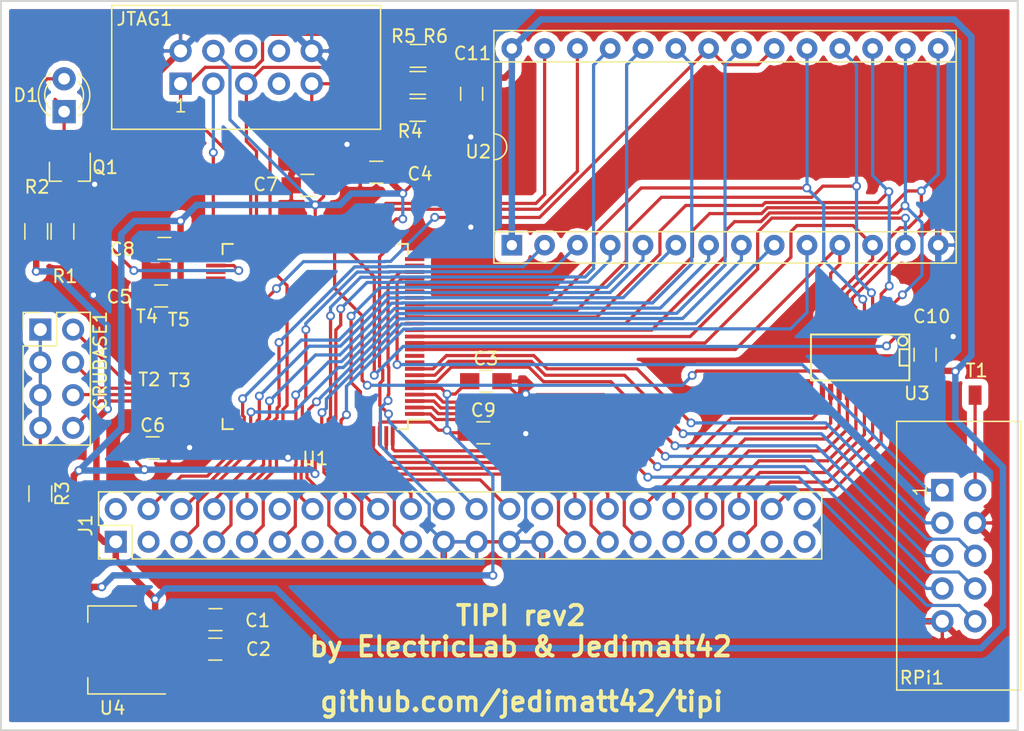
<source format=kicad_pcb>
(kicad_pcb (version 4) (host pcbnew 4.0.6)
  (title_block (title TIPI) (date 2017-09-11) (rev 2))
  (layers (0 F.Cu signal) (31 B.Cu signal) (34 B.Paste user) (35 F.Paste user) (36 B.SilkS user) (37 F.SilkS user) (38 B.Mask user) (39 F.Mask user) (44 Edge.Cuts user))
  (net 0 "")
  (net 1 +3V3)
  (net 2 GND)
  (net 3 +5V)
  (net 4 JTAG_TCK)
  (net 5 JTAG_TDO)
  (net 6 JTAG_TMS)
  (net 7 JTAG_TDI)
  (net 8 "Net-(D1-Pad1)")
  (net 9 "Net-(D1-Pad2)")
  (net 10 "Net-(J1-Pad2)")
  (net 11 "Net-(J1-Pad3)")
  (net 12 TI_EXTINT)
  (net 13 TI_A5)
  (net 14 TI_A10)
  (net 15 TI_A4)
  (net 16 TI_A11)
  (net 17 TI_DBIN)
  (net 18 TI_A3)
  (net 19 TI_A12)
  (net 20 "Net-(J1-Pad12)")
  (net 21 "Net-(J1-Pad13)")
  (net 22 TI_A8)
  (net 23 TI_A13)
  (net 24 TI_A14)
  (net 25 TI_A7)
  (net 26 TI_A9)
  (net 27 TI_A15)
  (net 28 TI_A2)
  (net 29 TI_CRUCLK)
  (net 30 TI_PH3)
  (net 31 TI_WE)
  (net 32 "Net-(J1-Pad28)")
  (net 33 TI_A6)
  (net 34 TI_A1)
  (net 35 TI_A0)
  (net 36 TI_MEMEN)
  (net 37 TI_CRUIN)
  (net 38 TI_D0)
  (net 39 TI_D3)
  (net 40 TI_D1)
  (net 41 TI_D7)
  (net 42 TI_D2)
  (net 43 TI_D5)
  (net 44 TI_D6)
  (net 45 "Net-(J1-Pad41)")
  (net 46 TI_D4)
  (net 47 "Net-(J1-Pad43)")
  (net 48 "Net-(J1-Pad44)")
  (net 49 R_DIN)
  (net 50 R_DOUT)
  (net 51 R_CLK)
  (net 52 R_RESET)
  (net 53 R_LE)
  (net 54 R_DC)
  (net 55 R_RT)
  (net 56 CRUB_0)
  (net 57 CRUB_1)
  (net 58 CRUB_2)
  (net 59 CRUB_3)
  (net 60 "Net-(Q1-Pad1)")
  (net 61 CRU0)
  (net 62 DSR_EN)
  (net 63 DSR_B0)
  (net 64 DSR_B1)
  (net 65 DB_DIR)
  (net 66 TP_D6)
  (net 67 DB_EN)
  (net 68 TP_D4)
  (net 69 TP_D7)
  (net 70 TP_D2)
  (net 71 TP_D5)
  (net 72 TP_D3)
  (net 73 TP_D1)
  (net 74 TP_D0)
  (net 75 "Net-(U1-Pad64)")
  (net 76 "Net-(U1-Pad32)")
  (net 77 "Net-(U1-Pad34)")
  (net 78 "Net-(U1-Pad36)")
  (net 79 "Net-(U1-Pad40)")
  (net 80 "Net-(U1-Pad46)")
  (net 81 "Net-(U1-Pad50)")
  (net 82 "Net-(U1-Pad53)")
  (net 83 "Net-(U1-Pad60)")
  (net 84 "Net-(U1-Pad63)")
  (net 85 "Net-(U1-Pad74)")
  (net 86 "Net-(U1-Pad37)")
  (net 87 "Net-(U1-Pad39)")
  (net 88 "Net-(U1-Pad41)")
  (net 89 "Net-(U1-Pad42)")
  (net 90 "Net-(U1-Pad43)")
  (net 91 "Net-(U1-Pad54)")
  (net 92 "Net-(U1-Pad55)")
  (net 93 "Net-(U1-Pad56)")
  (net 94 "Net-(U1-Pad58)")
  (net 95 "Net-(U1-Pad59)")
  (net 96 "Net-(U1-Pad9)")
  (net 97 "Net-(U1-Pad10)")
  (net 98 "Net-(U1-Pad19)")
  (net 99 "Net-(U1-Pad20)")
  (net 100 "Net-(U1-Pad24)")
  (net 101 "Net-(U1-Pad25)")
  (net 102 "Net-(U1-Pad28)")
  (net 103 "Net-(U1-Pad49)")
  (net 104 "Net-(JTAG1-Pad6)")
  (net 105 "Net-(JTAG1-Pad7)")
  (net 106 "Net-(JTAG1-Pad8)")
  (net 107 "Net-(RPi1-Pad2)")
  (net 108 "Net-(T2-Pad1)")
  (net 109 "Net-(T3-Pad1)")
  (net 110 "Net-(T4-Pad1)")
  (net 111 "Net-(T5-Pad1)")
  (net 112 "Net-(CRUBASE1-Pad1)")
  (module Housings_QFP:TQFP-100_14x14mm_Pitch0.5mm (layer F.Cu) (at 59.897 125.064 180)
    (fp_text reference U1 (at 0 -9.45 180) (layer F.SilkS))
    (fp_text value XC95144XL-TQ100)
    (pad 1 smd rect (at -7.7 -6 180) (size 1.5 0.3) (layers F.Cu F.Paste F.Mask) (net 37 TI_CRUIN))
    (pad 2 smd rect (at -7.7 -5.5 180) (size 1.5 0.3) (layers F.Cu F.Paste F.Mask) (net 54 R_DC))
    (pad 3 smd rect (at -7.7 -5 180) (size 1.5 0.3) (layers F.Cu F.Paste F.Mask) (net 52 R_RESET))
    (pad 4 smd rect (at -7.7 -4.5 180) (size 1.5 0.3) (layers F.Cu F.Paste F.Mask) (net 49 R_DIN))
    (pad 5 smd rect (at -7.7 -4 180) (size 1.5 0.3) (layers F.Cu F.Paste F.Mask) (net 1 +3V3))
    (pad 6 smd rect (at -7.7 -3.5 180) (size 1.5 0.3) (layers F.Cu F.Paste F.Mask) (net 53 R_LE))
    (pad 7 smd rect (at -7.7 -3 180) (size 1.5 0.3) (layers F.Cu F.Paste F.Mask) (net 50 R_DOUT))
    (pad 8 smd rect (at -7.7 -2.5 180) (size 1.5 0.3) (layers F.Cu F.Paste F.Mask) (net 55 R_RT))
    (pad 9 smd rect (at -7.7 -2 180) (size 1.5 0.3) (layers F.Cu F.Paste F.Mask) (net 96 "Net-(U1-Pad9)"))
    (pad 10 smd rect (at -7.7 -1.5 180) (size 1.5 0.3) (layers F.Cu F.Paste F.Mask) (net 97 "Net-(U1-Pad10)"))
    (pad 11 smd rect (at -7.7 -1 180) (size 1.5 0.3) (layers F.Cu F.Paste F.Mask) (net 74 TP_D0))
    (pad 12 smd rect (at -7.7 -0.5 180) (size 1.5 0.3) (layers F.Cu F.Paste F.Mask) (net 73 TP_D1))
    (pad 13 smd rect (at -7.7 0 180) (size 1.5 0.3) (layers F.Cu F.Paste F.Mask) (net 70 TP_D2))
    (pad 14 smd rect (at -7.7 0.5 180) (size 1.5 0.3) (layers F.Cu F.Paste F.Mask) (net 68 TP_D4))
    (pad 15 smd rect (at -7.7 1 180) (size 1.5 0.3) (layers F.Cu F.Paste F.Mask) (net 72 TP_D3))
    (pad 16 smd rect (at -7.7 1.5 180) (size 1.5 0.3) (layers F.Cu F.Paste F.Mask) (net 71 TP_D5))
    (pad 17 smd rect (at -7.7 2 180) (size 1.5 0.3) (layers F.Cu F.Paste F.Mask) (net 66 TP_D6))
    (pad 18 smd rect (at -7.7 2.5 180) (size 1.5 0.3) (layers F.Cu F.Paste F.Mask) (net 69 TP_D7))
    (pad 19 smd rect (at -7.7 3 180) (size 1.5 0.3) (layers F.Cu F.Paste F.Mask) (net 98 "Net-(U1-Pad19)"))
    (pad 20 smd rect (at -7.7 3.5 180) (size 1.5 0.3) (layers F.Cu F.Paste F.Mask) (net 99 "Net-(U1-Pad20)"))
    (pad 21 smd rect (at -7.7 4 180) (size 1.5 0.3) (layers F.Cu F.Paste F.Mask) (net 2 GND))
    (pad 22 smd rect (at -7.7 4.5 180) (size 1.5 0.3) (layers F.Cu F.Paste F.Mask) (net 51 R_CLK))
    (pad 23 smd rect (at -7.7 5 180) (size 1.5 0.3) (layers F.Cu F.Paste F.Mask) (net 29 TI_CRUCLK))
    (pad 24 smd rect (at -7.7 5.5 180) (size 1.5 0.3) (layers F.Cu F.Paste F.Mask) (net 100 "Net-(U1-Pad24)"))
    (pad 25 smd rect (at -7.7 6 180) (size 1.5 0.3) (layers F.Cu F.Paste F.Mask) (net 101 "Net-(U1-Pad25)"))
    (pad 26 smd rect (at -6 7.7 270) (size 1.5 0.3) (layers F.Cu F.Paste F.Mask) (net 1 +3V3))
    (pad 27 smd rect (at -5.5 7.7 270) (size 1.5 0.3) (layers F.Cu F.Paste F.Mask) (net 30 TI_PH3))
    (pad 28 smd rect (at -5 7.7 270) (size 1.5 0.3) (layers F.Cu F.Paste F.Mask) (net 102 "Net-(U1-Pad28)"))
    (pad 29 smd rect (at -4.5 7.7 270) (size 1.5 0.3) (layers F.Cu F.Paste F.Mask) (net 63 DSR_B0))
    (pad 30 smd rect (at -4 7.7 270) (size 1.5 0.3) (layers F.Cu F.Paste F.Mask) (net 64 DSR_B1))
    (pad 31 smd rect (at -3.5 7.7 270) (size 1.5 0.3) (layers F.Cu F.Paste F.Mask) (net 2 GND))
    (pad 32 smd rect (at -3 7.7 270) (size 1.5 0.3) (layers F.Cu F.Paste F.Mask) (net 76 "Net-(U1-Pad32)"))
    (pad 33 smd rect (at -2.5 7.7 270) (size 1.5 0.3) (layers F.Cu F.Paste F.Mask) (net 65 DB_DIR))
    (pad 34 smd rect (at -2 7.7 270) (size 1.5 0.3) (layers F.Cu F.Paste F.Mask) (net 77 "Net-(U1-Pad34)"))
    (pad 35 smd rect (at -1.5 7.7 270) (size 1.5 0.3) (layers F.Cu F.Paste F.Mask) (net 67 DB_EN))
    (pad 36 smd rect (at -1 7.7 270) (size 1.5 0.3) (layers F.Cu F.Paste F.Mask) (net 78 "Net-(U1-Pad36)"))
    (pad 37 smd rect (at -0.5 7.7 270) (size 1.5 0.3) (layers F.Cu F.Paste F.Mask) (net 86 "Net-(U1-Pad37)"))
    (pad 38 smd rect (at 0 7.7 270) (size 1.5 0.3) (layers F.Cu F.Paste F.Mask) (net 1 +3V3))
    (pad 39 smd rect (at 0.5 7.7 270) (size 1.5 0.3) (layers F.Cu F.Paste F.Mask) (net 87 "Net-(U1-Pad39)"))
    (pad 40 smd rect (at 1 7.7 270) (size 1.5 0.3) (layers F.Cu F.Paste F.Mask) (net 79 "Net-(U1-Pad40)"))
    (pad 41 smd rect (at 1.5 7.7 270) (size 1.5 0.3) (layers F.Cu F.Paste F.Mask) (net 88 "Net-(U1-Pad41)"))
    (pad 42 smd rect (at 2 7.7 270) (size 1.5 0.3) (layers F.Cu F.Paste F.Mask) (net 89 "Net-(U1-Pad42)"))
    (pad 43 smd rect (at 2.5 7.7 270) (size 1.5 0.3) (layers F.Cu F.Paste F.Mask) (net 90 "Net-(U1-Pad43)"))
    (pad 44 smd rect (at 3 7.7 270) (size 1.5 0.3) (layers F.Cu F.Paste F.Mask) (net 2 GND))
    (pad 45 smd rect (at 3.5 7.7 270) (size 1.5 0.3) (layers F.Cu F.Paste F.Mask) (net 7 JTAG_TDI))
    (pad 46 smd rect (at 4 7.7 270) (size 1.5 0.3) (layers F.Cu F.Paste F.Mask) (net 80 "Net-(U1-Pad46)"))
    (pad 47 smd rect (at 4.5 7.7 270) (size 1.5 0.3) (layers F.Cu F.Paste F.Mask) (net 6 JTAG_TMS))
    (pad 48 smd rect (at 5 7.7 270) (size 1.5 0.3) (layers F.Cu F.Paste F.Mask) (net 4 JTAG_TCK))
    (pad 49 smd rect (at 5.5 7.7 270) (size 1.5 0.3) (layers F.Cu F.Paste F.Mask) (net 103 "Net-(U1-Pad49)"))
    (pad 50 smd rect (at 6 7.7 270) (size 1.5 0.3) (layers F.Cu F.Paste F.Mask) (net 81 "Net-(U1-Pad50)"))
    (pad 51 smd rect (at 7.7 6 180) (size 1.5 0.3) (layers F.Cu F.Paste F.Mask) (net 1 +3V3))
    (pad 52 smd rect (at 7.7 5.5 180) (size 1.5 0.3) (layers F.Cu F.Paste F.Mask) (net 61 CRU0))
    (pad 53 smd rect (at 7.7 5 180) (size 1.5 0.3) (layers F.Cu F.Paste F.Mask) (net 82 "Net-(U1-Pad53)"))
    (pad 54 smd rect (at 7.7 4.5 180) (size 1.5 0.3) (layers F.Cu F.Paste F.Mask) (net 91 "Net-(U1-Pad54)"))
    (pad 55 smd rect (at 7.7 4 180) (size 1.5 0.3) (layers F.Cu F.Paste F.Mask) (net 92 "Net-(U1-Pad55)"))
    (pad 56 smd rect (at 7.7 3.5 180) (size 1.5 0.3) (layers F.Cu F.Paste F.Mask) (net 93 "Net-(U1-Pad56)"))
    (pad 57 smd rect (at 7.7 3 180) (size 1.5 0.3) (layers F.Cu F.Paste F.Mask) (net 1 +3V3))
    (pad 58 smd rect (at 7.7 2.5 180) (size 1.5 0.3) (layers F.Cu F.Paste F.Mask) (net 94 "Net-(U1-Pad58)"))
    (pad 59 smd rect (at 7.7 2 180) (size 1.5 0.3) (layers F.Cu F.Paste F.Mask) (net 95 "Net-(U1-Pad59)"))
    (pad 60 smd rect (at 7.7 1.5 180) (size 1.5 0.3) (layers F.Cu F.Paste F.Mask) (net 83 "Net-(U1-Pad60)"))
    (pad 61 smd rect (at 7.7 1 180) (size 1.5 0.3) (layers F.Cu F.Paste F.Mask) (net 62 DSR_EN))
    (pad 62 smd rect (at 7.7 0.5 180) (size 1.5 0.3) (layers F.Cu F.Paste F.Mask) (net 2 GND))
    (pad 63 smd rect (at 7.7 0 180) (size 1.5 0.3) (layers F.Cu F.Paste F.Mask) (net 84 "Net-(U1-Pad63)"))
    (pad 64 smd rect (at 7.7 -0.5 180) (size 1.5 0.3) (layers F.Cu F.Paste F.Mask) (net 75 "Net-(U1-Pad64)"))
    (pad 65 smd rect (at 7.7 -1 180) (size 1.5 0.3) (layers F.Cu F.Paste F.Mask) (net 111 "Net-(T5-Pad1)"))
    (pad 66 smd rect (at 7.7 -1.5 180) (size 1.5 0.3) (layers F.Cu F.Paste F.Mask) (net 110 "Net-(T4-Pad1)"))
    (pad 67 smd rect (at 7.7 -2 180) (size 1.5 0.3) (layers F.Cu F.Paste F.Mask) (net 109 "Net-(T3-Pad1)"))
    (pad 68 smd rect (at 7.7 -2.5 180) (size 1.5 0.3) (layers F.Cu F.Paste F.Mask) (net 108 "Net-(T2-Pad1)"))
    (pad 69 smd rect (at 7.7 -3 180) (size 1.5 0.3) (layers F.Cu F.Paste F.Mask) (net 2 GND))
    (pad 70 smd rect (at 7.7 -3.5 180) (size 1.5 0.3) (layers F.Cu F.Paste F.Mask) (net 56 CRUB_0))
    (pad 71 smd rect (at 7.7 -4 180) (size 1.5 0.3) (layers F.Cu F.Paste F.Mask) (net 57 CRUB_1))
    (pad 72 smd rect (at 7.7 -4.5 180) (size 1.5 0.3) (layers F.Cu F.Paste F.Mask) (net 58 CRUB_2))
    (pad 73 smd rect (at 7.7 -5 180) (size 1.5 0.3) (layers F.Cu F.Paste F.Mask) (net 59 CRUB_3))
    (pad 74 smd rect (at 7.7 -5.5 180) (size 1.5 0.3) (layers F.Cu F.Paste F.Mask) (net 85 "Net-(U1-Pad74)"))
    (pad 75 smd rect (at 7.7 -6 180) (size 1.5 0.3) (layers F.Cu F.Paste F.Mask) (net 2 GND))
    (pad 76 smd rect (at 6 -7.7 270) (size 1.5 0.3) (layers F.Cu F.Paste F.Mask) (net 12 TI_EXTINT))
    (pad 77 smd rect (at 5.5 -7.7 270) (size 1.5 0.3) (layers F.Cu F.Paste F.Mask) (net 14 TI_A10))
    (pad 78 smd rect (at 5 -7.7 270) (size 1.5 0.3) (layers F.Cu F.Paste F.Mask) (net 13 TI_A5))
    (pad 79 smd rect (at 4.5 -7.7 270) (size 1.5 0.3) (layers F.Cu F.Paste F.Mask) (net 16 TI_A11))
    (pad 80 smd rect (at 4 -7.7 270) (size 1.5 0.3) (layers F.Cu F.Paste F.Mask) (net 15 TI_A4))
    (pad 81 smd rect (at 3.5 -7.7 270) (size 1.5 0.3) (layers F.Cu F.Paste F.Mask) (net 18 TI_A3))
    (pad 82 smd rect (at 3 -7.7 270) (size 1.5 0.3) (layers F.Cu F.Paste F.Mask) (net 17 TI_DBIN))
    (pad 83 smd rect (at 2.5 -7.7 270) (size 1.5 0.3) (layers F.Cu F.Paste F.Mask) (net 5 JTAG_TDO))
    (pad 84 smd rect (at 2 -7.7 270) (size 1.5 0.3) (layers F.Cu F.Paste F.Mask) (net 2 GND))
    (pad 85 smd rect (at 1.5 -7.7 270) (size 1.5 0.3) (layers F.Cu F.Paste F.Mask) (net 19 TI_A12))
    (pad 86 smd rect (at 1 -7.7 270) (size 1.5 0.3) (layers F.Cu F.Paste F.Mask) (net 22 TI_A8))
    (pad 87 smd rect (at 0.5 -7.7 270) (size 1.5 0.3) (layers F.Cu F.Paste F.Mask) (net 23 TI_A13))
    (pad 88 smd rect (at 0 -7.7 270) (size 1.5 0.3) (layers F.Cu F.Paste F.Mask) (net 1 +3V3))
    (pad 89 smd rect (at -0.5 -7.7 270) (size 1.5 0.3) (layers F.Cu F.Paste F.Mask) (net 24 TI_A14))
    (pad 90 smd rect (at -1 -7.7 270) (size 1.5 0.3) (layers F.Cu F.Paste F.Mask) (net 25 TI_A7))
    (pad 91 smd rect (at -1.5 -7.7 270) (size 1.5 0.3) (layers F.Cu F.Paste F.Mask) (net 26 TI_A9))
    (pad 92 smd rect (at -2 -7.7 270) (size 1.5 0.3) (layers F.Cu F.Paste F.Mask) (net 27 TI_A15))
    (pad 93 smd rect (at -2.5 -7.7 270) (size 1.5 0.3) (layers F.Cu F.Paste F.Mask) (net 28 TI_A2))
    (pad 94 smd rect (at -3 -7.7 270) (size 1.5 0.3) (layers F.Cu F.Paste F.Mask) (net 31 TI_WE))
    (pad 95 smd rect (at -3.5 -7.7 270) (size 1.5 0.3) (layers F.Cu F.Paste F.Mask) (net 33 TI_A6))
    (pad 96 smd rect (at -4 -7.7 270) (size 1.5 0.3) (layers F.Cu F.Paste F.Mask) (net 34 TI_A1))
    (pad 97 smd rect (at -4.5 -7.7 270) (size 1.5 0.3) (layers F.Cu F.Paste F.Mask) (net 35 TI_A0))
    (pad 98 smd rect (at -5 -7.7 270) (size 1.5 0.3) (layers F.Cu F.Paste F.Mask) (net 1 +3V3))
    (pad 99 smd rect (at -5.5 -7.7 270) (size 1.5 0.3) (layers F.Cu F.Paste F.Mask) (net 36 TI_MEMEN))
    (pad 100 smd rect (at -6 -7.7 270) (size 1.5 0.3) (layers F.Cu F.Paste F.Mask) (net 2 GND))
  )
  (module Housings_DIP:DIP-28_W15.24mm_Socket (layer F.Cu) (at 75.1205 117.983 90)
    (fp_text reference U2 (at 7.239 -2.6035 180) (layer F.SilkS))
    (fp_text value 27C256)
    (pad 1 thru_hole rect (at 0 0 90) (size 1.6 1.6) (drill 0.8) (layers *.Cu *.Mask) (net 3 +5V))
    (pad 15 thru_hole oval (at 15.24 33.02 90) (size 1.6 1.6) (drill 0.8) (layers *.Cu *.Mask) (net 72 TP_D3))
    (pad 2 thru_hole oval (at 0 2.54 90) (size 1.6 1.6) (drill 0.8) (layers *.Cu *.Mask) (net 18 TI_A3))
    (pad 16 thru_hole oval (at 15.24 30.48 90) (size 1.6 1.6) (drill 0.8) (layers *.Cu *.Mask) (net 68 TP_D4))
    (pad 3 thru_hole oval (at 0 5.08 90) (size 1.6 1.6) (drill 0.8) (layers *.Cu *.Mask) (net 22 TI_A8))
    (pad 17 thru_hole oval (at 15.24 27.94 90) (size 1.6 1.6) (drill 0.8) (layers *.Cu *.Mask) (net 71 TP_D5))
    (pad 4 thru_hole oval (at 0 7.62 90) (size 1.6 1.6) (drill 0.8) (layers *.Cu *.Mask) (net 26 TI_A9))
    (pad 18 thru_hole oval (at 15.24 25.4 90) (size 1.6 1.6) (drill 0.8) (layers *.Cu *.Mask) (net 66 TP_D6))
    (pad 5 thru_hole oval (at 0 10.16 90) (size 1.6 1.6) (drill 0.8) (layers *.Cu *.Mask) (net 14 TI_A10))
    (pad 19 thru_hole oval (at 15.24 22.86 90) (size 1.6 1.6) (drill 0.8) (layers *.Cu *.Mask) (net 69 TP_D7))
    (pad 6 thru_hole oval (at 0 12.7 90) (size 1.6 1.6) (drill 0.8) (layers *.Cu *.Mask) (net 16 TI_A11))
    (pad 20 thru_hole oval (at 15.24 20.32 90) (size 1.6 1.6) (drill 0.8) (layers *.Cu *.Mask) (net 62 DSR_EN))
    (pad 7 thru_hole oval (at 0 15.24 90) (size 1.6 1.6) (drill 0.8) (layers *.Cu *.Mask) (net 19 TI_A12))
    (pad 21 thru_hole oval (at 15.24 17.78 90) (size 1.6 1.6) (drill 0.8) (layers *.Cu *.Mask) (net 13 TI_A5))
    (pad 8 thru_hole oval (at 0 17.78 90) (size 1.6 1.6) (drill 0.8) (layers *.Cu *.Mask) (net 23 TI_A13))
    (pad 22 thru_hole oval (at 15.24 15.24 90) (size 1.6 1.6) (drill 0.8) (layers *.Cu *.Mask) (net 62 DSR_EN))
    (pad 9 thru_hole oval (at 0 20.32 90) (size 1.6 1.6) (drill 0.8) (layers *.Cu *.Mask) (net 24 TI_A14))
    (pad 23 thru_hole oval (at 15.24 12.7 90) (size 1.6 1.6) (drill 0.8) (layers *.Cu *.Mask) (net 15 TI_A4))
    (pad 10 thru_hole oval (at 0 22.86 90) (size 1.6 1.6) (drill 0.8) (layers *.Cu *.Mask) (net 27 TI_A15))
    (pad 24 thru_hole oval (at 15.24 10.16 90) (size 1.6 1.6) (drill 0.8) (layers *.Cu *.Mask) (net 33 TI_A6))
    (pad 11 thru_hole oval (at 0 25.4 90) (size 1.6 1.6) (drill 0.8) (layers *.Cu *.Mask) (net 74 TP_D0))
    (pad 25 thru_hole oval (at 15.24 7.62 90) (size 1.6 1.6) (drill 0.8) (layers *.Cu *.Mask) (net 25 TI_A7))
    (pad 12 thru_hole oval (at 0 27.94 90) (size 1.6 1.6) (drill 0.8) (layers *.Cu *.Mask) (net 73 TP_D1))
    (pad 26 thru_hole oval (at 15.24 5.08 90) (size 1.6 1.6) (drill 0.8) (layers *.Cu *.Mask) (net 63 DSR_B0))
    (pad 13 thru_hole oval (at 0 30.48 90) (size 1.6 1.6) (drill 0.8) (layers *.Cu *.Mask) (net 70 TP_D2))
    (pad 27 thru_hole oval (at 15.24 2.54 90) (size 1.6 1.6) (drill 0.8) (layers *.Cu *.Mask) (net 64 DSR_B1))
    (pad 14 thru_hole oval (at 0 33.02 90) (size 1.6 1.6) (drill 0.8) (layers *.Cu *.Mask) (net 2 GND))
    (pad 28 thru_hole oval (at 15.24 0 90) (size 1.6 1.6) (drill 0.8) (layers *.Cu *.Mask) (net 3 +5V))
  )
  (module Capacitors_SMD:C_0805_HandSoldering (layer F.Cu) (at 47.9625 121.92 180)
    (fp_text reference C5 (at 3.2585 -0.0635 180) (layer F.SilkS))
    (fp_text value 0.1uf)
    (pad 1 smd rect (at -1.25 0 180) (size 1.5 1.25) (layers F.Cu F.Paste F.Mask) (net 1 +3V3))
    (pad 2 smd rect (at 1.25 0 180) (size 1.5 1.25) (layers F.Cu F.Paste F.Mask) (net 2 GND))
  )
  (module Capacitors_SMD:C_0805_HandSoldering (layer F.Cu) (at 47.3075 133.6875)
    (fp_text reference C6 (at 0 -1.75) (layer F.SilkS))
    (fp_text value 0.1uf)
    (pad 1 smd rect (at -1.25 0) (size 1.5 1.25) (layers F.Cu F.Paste F.Mask) (net 1 +3V3))
    (pad 2 smd rect (at 1.25 0) (size 1.5 1.25) (layers F.Cu F.Paste F.Mask) (net 2 GND))
  )
  (module Connect:IDC_Header_Straight_10pins (layer F.Cu) (at 49.4665 105.4735)
    (fp_text reference JTAG1 (at -2.794 -5.0165) (layer F.SilkS))
    (fp_text value AVR-JTAG-10)
    (fp_text user 1 (at 0.02 1.72) (layer F.SilkS) (effects (font (thickness 0.12))))
    (pad 1 thru_hole rect (at 0 0) (size 1.7272 1.7272) (drill 1.016) (layers *.Cu *.Mask) (net 4 JTAG_TCK))
    (pad 2 thru_hole oval (at 0 -2.54) (size 1.7272 1.7272) (drill 1.016) (layers *.Cu *.Mask) (net 2 GND))
    (pad 3 thru_hole oval (at 2.54 0) (size 1.7272 1.7272) (drill 1.016) (layers *.Cu *.Mask) (net 5 JTAG_TDO))
    (pad 4 thru_hole oval (at 2.54 -2.54) (size 1.7272 1.7272) (drill 1.016) (layers *.Cu *.Mask) (net 1 +3V3))
    (pad 5 thru_hole oval (at 5.08 0) (size 1.7272 1.7272) (drill 1.016) (layers *.Cu *.Mask) (net 6 JTAG_TMS))
    (pad 6 thru_hole oval (at 5.08 -2.54) (size 1.7272 1.7272) (drill 1.016) (layers *.Cu *.Mask) (net 104 "Net-(JTAG1-Pad6)"))
    (pad 7 thru_hole oval (at 7.62 0) (size 1.7272 1.7272) (drill 1.016) (layers *.Cu *.Mask) (net 105 "Net-(JTAG1-Pad7)"))
    (pad 8 thru_hole oval (at 7.62 -2.54) (size 1.7272 1.7272) (drill 1.016) (layers *.Cu *.Mask) (net 106 "Net-(JTAG1-Pad8)"))
    (pad 9 thru_hole oval (at 10.16 0) (size 1.7272 1.7272) (drill 1.016) (layers *.Cu *.Mask) (net 7 JTAG_TDI))
    (pad 10 thru_hole oval (at 10.16 -2.54) (size 1.7272 1.7272) (drill 1.016) (layers *.Cu *.Mask) (net 2 GND))
  )
  (module LEDs:LED_D3.0mm (layer F.Cu) (at 40.4495 107.6325 90)
    (fp_text reference D1 (at 1.27 -2.96 180) (layer F.SilkS))
    (fp_text value LED_ALT)
    (pad 1 thru_hole rect (at 0 0 90) (size 1.8 1.8) (drill 0.9) (layers *.Cu *.Mask) (net 8 "Net-(D1-Pad1)"))
    (pad 2 thru_hole circle (at 2.54 0 90) (size 1.8 1.8) (drill 0.9) (layers *.Cu *.Mask) (net 9 "Net-(D1-Pad2)"))
  )
  (module Pin_Headers:Pin_Header_Straight_2x22_Pitch2.54mm (layer F.Cu) (at 44.45 140.97 90)
    (fp_text reference J1 (at 1.27 -2.33 90) (layer F.SilkS))
    (fp_text value TI32kSideport)
    (pad 1 thru_hole rect (at 0 0 90) (size 1.7 1.7) (drill 1) (layers *.Cu *.Mask) (net 3 +5V))
    (pad 2 thru_hole oval (at 2.54 0 90) (size 1.7 1.7) (drill 1) (layers *.Cu *.Mask) (net 10 "Net-(J1-Pad2)"))
    (pad 3 thru_hole oval (at 0 2.54 90) (size 1.7 1.7) (drill 1) (layers *.Cu *.Mask) (net 11 "Net-(J1-Pad3)"))
    (pad 4 thru_hole oval (at 2.54 2.54 90) (size 1.7 1.7) (drill 1) (layers *.Cu *.Mask) (net 12 TI_EXTINT))
    (pad 5 thru_hole oval (at 0 5.08 90) (size 1.7 1.7) (drill 1) (layers *.Cu *.Mask) (net 13 TI_A5))
    (pad 6 thru_hole oval (at 2.54 5.08 90) (size 1.7 1.7) (drill 1) (layers *.Cu *.Mask) (net 14 TI_A10))
    (pad 7 thru_hole oval (at 0 7.62 90) (size 1.7 1.7) (drill 1) (layers *.Cu *.Mask) (net 15 TI_A4))
    (pad 8 thru_hole oval (at 2.54 7.62 90) (size 1.7 1.7) (drill 1) (layers *.Cu *.Mask) (net 16 TI_A11))
    (pad 9 thru_hole oval (at 0 10.16 90) (size 1.7 1.7) (drill 1) (layers *.Cu *.Mask) (net 17 TI_DBIN))
    (pad 10 thru_hole oval (at 2.54 10.16 90) (size 1.7 1.7) (drill 1) (layers *.Cu *.Mask) (net 18 TI_A3))
    (pad 11 thru_hole oval (at 0 12.7 90) (size 1.7 1.7) (drill 1) (layers *.Cu *.Mask) (net 19 TI_A12))
    (pad 12 thru_hole oval (at 2.54 12.7 90) (size 1.7 1.7) (drill 1) (layers *.Cu *.Mask) (net 20 "Net-(J1-Pad12)"))
    (pad 13 thru_hole oval (at 0 15.24 90) (size 1.7 1.7) (drill 1) (layers *.Cu *.Mask) (net 21 "Net-(J1-Pad13)"))
    (pad 14 thru_hole oval (at 2.54 15.24 90) (size 1.7 1.7) (drill 1) (layers *.Cu *.Mask) (net 22 TI_A8))
    (pad 15 thru_hole oval (at 0 17.78 90) (size 1.7 1.7) (drill 1) (layers *.Cu *.Mask) (net 23 TI_A13))
    (pad 16 thru_hole oval (at 2.54 17.78 90) (size 1.7 1.7) (drill 1) (layers *.Cu *.Mask) (net 24 TI_A14))
    (pad 17 thru_hole oval (at 0 20.32 90) (size 1.7 1.7) (drill 1) (layers *.Cu *.Mask) (net 25 TI_A7))
    (pad 18 thru_hole oval (at 2.54 20.32 90) (size 1.7 1.7) (drill 1) (layers *.Cu *.Mask) (net 26 TI_A9))
    (pad 19 thru_hole oval (at 0 22.86 90) (size 1.7 1.7) (drill 1) (layers *.Cu *.Mask) (net 27 TI_A15))
    (pad 20 thru_hole oval (at 2.54 22.86 90) (size 1.7 1.7) (drill 1) (layers *.Cu *.Mask) (net 28 TI_A2))
    (pad 21 thru_hole oval (at 0 25.4 90) (size 1.7 1.7) (drill 1) (layers *.Cu *.Mask) (net 2 GND))
    (pad 22 thru_hole oval (at 2.54 25.4 90) (size 1.7 1.7) (drill 1) (layers *.Cu *.Mask) (net 29 TI_CRUCLK))
    (pad 23 thru_hole oval (at 0 27.94 90) (size 1.7 1.7) (drill 1) (layers *.Cu *.Mask) (net 2 GND))
    (pad 24 thru_hole oval (at 2.54 27.94 90) (size 1.7 1.7) (drill 1) (layers *.Cu *.Mask) (net 30 TI_PH3))
    (pad 25 thru_hole oval (at 0 30.48 90) (size 1.7 1.7) (drill 1) (layers *.Cu *.Mask) (net 2 GND))
    (pad 26 thru_hole oval (at 2.54 30.48 90) (size 1.7 1.7) (drill 1) (layers *.Cu *.Mask) (net 31 TI_WE))
    (pad 27 thru_hole oval (at 0 33.02 90) (size 1.7 1.7) (drill 1) (layers *.Cu *.Mask) (net 2 GND))
    (pad 28 thru_hole oval (at 2.54 33.02 90) (size 1.7 1.7) (drill 1) (layers *.Cu *.Mask) (net 32 "Net-(J1-Pad28)"))
    (pad 29 thru_hole oval (at 0 35.56 90) (size 1.7 1.7) (drill 1) (layers *.Cu *.Mask) (net 33 TI_A6))
    (pad 30 thru_hole oval (at 2.54 35.56 90) (size 1.7 1.7) (drill 1) (layers *.Cu *.Mask) (net 34 TI_A1))
    (pad 31 thru_hole oval (at 0 38.1 90) (size 1.7 1.7) (drill 1) (layers *.Cu *.Mask) (net 35 TI_A0))
    (pad 32 thru_hole oval (at 2.54 38.1 90) (size 1.7 1.7) (drill 1) (layers *.Cu *.Mask) (net 36 TI_MEMEN))
    (pad 33 thru_hole oval (at 0 40.64 90) (size 1.7 1.7) (drill 1) (layers *.Cu *.Mask) (net 37 TI_CRUIN))
    (pad 34 thru_hole oval (at 2.54 40.64 90) (size 1.7 1.7) (drill 1) (layers *.Cu *.Mask) (net 41 TI_D7))
    (pad 35 thru_hole oval (at 0 43.18 90) (size 1.7 1.7) (drill 1) (layers *.Cu *.Mask) (net 46 TI_D4))
    (pad 36 thru_hole oval (at 2.54 43.18 90) (size 1.7 1.7) (drill 1) (layers *.Cu *.Mask) (net 44 TI_D6))
    (pad 37 thru_hole oval (at 0 45.72 90) (size 1.7 1.7) (drill 1) (layers *.Cu *.Mask) (net 38 TI_D0))
    (pad 38 thru_hole oval (at 2.54 45.72 90) (size 1.7 1.7) (drill 1) (layers *.Cu *.Mask) (net 43 TI_D5))
    (pad 39 thru_hole oval (at 0 48.26 90) (size 1.7 1.7) (drill 1) (layers *.Cu *.Mask) (net 42 TI_D2))
    (pad 40 thru_hole oval (at 2.54 48.26 90) (size 1.7 1.7) (drill 1) (layers *.Cu *.Mask) (net 40 TI_D1))
    (pad 41 thru_hole oval (at 0 50.8 90) (size 1.7 1.7) (drill 1) (layers *.Cu *.Mask) (net 45 "Net-(J1-Pad41)"))
    (pad 42 thru_hole oval (at 2.54 50.8 90) (size 1.7 1.7) (drill 1) (layers *.Cu *.Mask) (net 39 TI_D3))
    (pad 43 thru_hole oval (at 0 53.34 90) (size 1.7 1.7) (drill 1) (layers *.Cu *.Mask) (net 47 "Net-(J1-Pad43)"))
    (pad 44 thru_hole oval (at 2.54 53.34 90) (size 1.7 1.7) (drill 1) (layers *.Cu *.Mask) (net 48 "Net-(J1-Pad44)"))
  )
  (module Connect:IDC_Header_Straight_10pins (layer F.Cu) (at 108.458 136.9695 270)
    (fp_text reference RPi1 (at 14.5415 1.5875 360) (layer F.SilkS))
    (fp_text value RPI_CONN_02X05)
    (fp_text user 1 (at 0.02 1.72 270) (layer F.SilkS) (effects (font (thickness 0.12))))
    (pad 1 thru_hole rect (at 0 0 270) (size 1.7272 1.7272) (drill 1.016) (layers *.Cu *.Mask) (net 51 R_CLK))
    (pad 2 thru_hole oval (at 0 -2.54 270) (size 1.7272 1.7272) (drill 1.016) (layers *.Cu *.Mask) (net 107 "Net-(RPi1-Pad2)"))
    (pad 3 thru_hole oval (at 2.54 0 270) (size 1.7272 1.7272) (drill 1.016) (layers *.Cu *.Mask) (net 55 R_RT))
    (pad 4 thru_hole oval (at 2.54 -2.54 270) (size 1.7272 1.7272) (drill 1.016) (layers *.Cu *.Mask) (net 2 GND))
    (pad 5 thru_hole oval (at 5.08 0 270) (size 1.7272 1.7272) (drill 1.016) (layers *.Cu *.Mask) (net 53 R_LE))
    (pad 6 thru_hole oval (at 5.08 -2.54 270) (size 1.7272 1.7272) (drill 1.016) (layers *.Cu *.Mask) (net 50 R_DOUT))
    (pad 7 thru_hole oval (at 7.62 0 270) (size 1.7272 1.7272) (drill 1.016) (layers *.Cu *.Mask) (net 52 R_RESET))
    (pad 8 thru_hole oval (at 7.62 -2.54 270) (size 1.7272 1.7272) (drill 1.016) (layers *.Cu *.Mask) (net 49 R_DIN))
    (pad 9 thru_hole oval (at 10.16 0 270) (size 1.7272 1.7272) (drill 1.016) (layers *.Cu *.Mask) (net 2 GND))
    (pad 10 thru_hole oval (at 10.16 -2.54 270) (size 1.7272 1.7272) (drill 1.016) (layers *.Cu *.Mask) (net 54 R_DC))
  )
  (module Pin_Headers:Pin_Header_Straight_2x04_Pitch2.54mm (layer F.Cu) (at 38.608 124.5235)
    (fp_text reference CRUBASE1 (at 4.6355 2.413 90) (layer F.SilkS))
    (fp_text value CONN_02X04)
    (pad 1 thru_hole rect (at 0 0) (size 1.7 1.7) (drill 1) (layers *.Cu *.Mask) (net 112 "Net-(CRUBASE1-Pad1)"))
    (pad 2 thru_hole oval (at 2.54 0) (size 1.7 1.7) (drill 1) (layers *.Cu *.Mask) (net 56 CRUB_0))
    (pad 3 thru_hole oval (at 0 2.54) (size 1.7 1.7) (drill 1) (layers *.Cu *.Mask) (net 112 "Net-(CRUBASE1-Pad1)"))
    (pad 4 thru_hole oval (at 2.54 2.54) (size 1.7 1.7) (drill 1) (layers *.Cu *.Mask) (net 57 CRUB_1))
    (pad 5 thru_hole oval (at 0 5.08) (size 1.7 1.7) (drill 1) (layers *.Cu *.Mask) (net 112 "Net-(CRUBASE1-Pad1)"))
    (pad 6 thru_hole oval (at 2.54 5.08) (size 1.7 1.7) (drill 1) (layers *.Cu *.Mask) (net 58 CRUB_2))
    (pad 7 thru_hole oval (at 0 7.62) (size 1.7 1.7) (drill 1) (layers *.Cu *.Mask) (net 112 "Net-(CRUBASE1-Pad1)"))
    (pad 8 thru_hole oval (at 2.54 7.62) (size 1.7 1.7) (drill 1) (layers *.Cu *.Mask) (net 59 CRUB_3))
  )
  (module TO_SOT_Packages_SMD:SOT-23 (layer F.Cu) (at 40.894 112.268 270)
    (fp_text reference Q1 (at -0.3175 -2.7305 360) (layer F.SilkS))
    (fp_text value Q_NPN_BCE)
    (pad 1 smd rect (at -1 -0.95 270) (size 0.9 0.8) (layers F.Cu F.Paste F.Mask) (net 60 "Net-(Q1-Pad1)"))
    (pad 2 smd rect (at -1 0.95 270) (size 0.9 0.8) (layers F.Cu F.Paste F.Mask) (net 8 "Net-(D1-Pad1)"))
    (pad 3 smd rect (at 1 0 270) (size 0.9 0.8) (layers F.Cu F.Paste F.Mask) (net 2 GND))
  )
  (module Resistors_SMD:R_0805_HandSoldering (layer F.Cu) (at 40.3225 116.92 270)
    (fp_text reference R1 (at 3.476 -0.1905 360) (layer F.SilkS))
    (fp_text value 1k)
    (pad 1 smd rect (at -1.35 0 270) (size 1.5 1.3) (layers F.Cu F.Paste F.Mask) (net 60 "Net-(Q1-Pad1)"))
    (pad 2 smd rect (at 1.35 0 270) (size 1.5 1.3) (layers F.Cu F.Paste F.Mask) (net 61 CRU0))
  )
  (module Resistors_SMD:R_0805_HandSoldering (layer F.Cu) (at 38.2905 116.92 90)
    (fp_text reference R2 (at 3.4455 0.0635 180) (layer F.SilkS))
    (fp_text value 330)
    (pad 1 smd rect (at -1.35 0 90) (size 1.5 1.3) (layers F.Cu F.Paste F.Mask) (net 3 +5V))
    (pad 2 smd rect (at 1.35 0 90) (size 1.5 1.3) (layers F.Cu F.Paste F.Mask) (net 9 "Net-(D1-Pad2)"))
  )
  (module SMD_Packages:SSOP-20 (layer F.Cu) (at 102.0953 126.6825 180)
    (fp_text reference U3 (at -4.3942 -2.794 180) (layer F.SilkS))
    (fp_text value 74HCT245)
    (pad 1 smd rect (at -2.921 2.667 180) (size 0.4064 1.27) (layers F.Cu F.Paste F.Mask) (net 65 DB_DIR))
    (pad 2 smd rect (at -2.286 2.667 180) (size 0.4064 1.27) (layers F.Cu F.Paste F.Mask) (net 68 TP_D4))
    (pad 3 smd rect (at -1.6256 2.667 180) (size 0.4064 1.27) (layers F.Cu F.Paste F.Mask) (net 71 TP_D5))
    (pad 4 smd rect (at -0.9652 2.667 180) (size 0.4064 1.27) (layers F.Cu F.Paste F.Mask) (net 66 TP_D6))
    (pad 5 smd rect (at -0.3302 2.667 180) (size 0.4064 1.27) (layers F.Cu F.Paste F.Mask) (net 69 TP_D7))
    (pad 6 smd rect (at 0.3302 2.667 180) (size 0.4064 1.27) (layers F.Cu F.Paste F.Mask) (net 70 TP_D2))
    (pad 7 smd rect (at 0.9906 2.667 180) (size 0.4064 1.27) (layers F.Cu F.Paste F.Mask) (net 72 TP_D3))
    (pad 8 smd rect (at 1.6256 2.667 180) (size 0.4064 1.27) (layers F.Cu F.Paste F.Mask) (net 73 TP_D1))
    (pad 9 smd rect (at 2.286 2.667 180) (size 0.4064 1.27) (layers F.Cu F.Paste F.Mask) (net 74 TP_D0))
    (pad 10 smd rect (at 2.921 2.667 180) (size 0.4064 1.27) (layers F.Cu F.Paste F.Mask) (net 2 GND))
    (pad 11 smd rect (at 2.921 -2.667 180) (size 0.4064 1.27) (layers F.Cu F.Paste F.Mask) (net 41 TI_D7))
    (pad 12 smd rect (at 2.286 -2.667 180) (size 0.4064 1.27) (layers F.Cu F.Paste F.Mask) (net 44 TI_D6))
    (pad 13 smd rect (at 1.6256 -2.667 180) (size 0.4064 1.27) (layers F.Cu F.Paste F.Mask) (net 46 TI_D4))
    (pad 14 smd rect (at 0.9906 -2.667 180) (size 0.4064 1.27) (layers F.Cu F.Paste F.Mask) (net 43 TI_D5))
    (pad 15 smd rect (at 0.3302 -2.667 180) (size 0.4064 1.27) (layers F.Cu F.Paste F.Mask) (net 38 TI_D0))
    (pad 16 smd rect (at -0.3302 -2.667 180) (size 0.4064 1.27) (layers F.Cu F.Paste F.Mask) (net 40 TI_D1))
    (pad 17 smd rect (at -0.9652 -2.667 180) (size 0.4064 1.27) (layers F.Cu F.Paste F.Mask) (net 42 TI_D2))
    (pad 18 smd rect (at -1.6256 -2.667 180) (size 0.4064 1.27) (layers F.Cu F.Paste F.Mask) (net 39 TI_D3))
    (pad 19 smd rect (at -2.286 -2.667 180) (size 0.4064 1.27) (layers F.Cu F.Paste F.Mask) (net 67 DB_EN))
    (pad 20 smd rect (at -2.921 -2.667 180) (size 0.4064 1.27) (layers F.Cu F.Paste F.Mask) (net 3 +5V))
  )
  (module Capacitors_SMD:C_0805_HandSoldering (layer F.Cu) (at 48.2165 118.237 180)
    (fp_text reference C8 (at 3.2585 -0.0635 180) (layer F.SilkS))
    (fp_text value 0.1uf)
    (pad 1 smd rect (at -1.25 0 180) (size 1.5 1.25) (layers F.Cu F.Paste F.Mask) (net 1 +3V3))
    (pad 2 smd rect (at 1.25 0 180) (size 1.5 1.25) (layers F.Cu F.Paste F.Mask) (net 2 GND))
  )
  (module Resistors_SMD:R_0805_HandSoldering (layer F.Cu) (at 67.8345 107.5055)
    (fp_text reference R4 (at -0.588 1.651) (layer F.SilkS))
    (fp_text value 10k)
    (pad 1 smd rect (at -1.35 0) (size 1.5 1.3) (layers F.Cu F.Paste F.Mask) (net 7 JTAG_TDI))
    (pad 2 smd rect (at 1.35 0) (size 1.5 1.3) (layers F.Cu F.Paste F.Mask) (net 1 +3V3))
  )
  (module Resistors_SMD:R_0805_HandSoldering (layer F.Cu) (at 67.8345 105.41)
    (fp_text reference R5 (at -1.096 -3.6195) (layer F.SilkS))
    (fp_text value 10k)
    (pad 1 smd rect (at -1.35 0) (size 1.5 1.3) (layers F.Cu F.Paste F.Mask) (net 6 JTAG_TMS))
    (pad 2 smd rect (at 1.35 0) (size 1.5 1.3) (layers F.Cu F.Paste F.Mask) (net 1 +3V3))
  )
  (module Resistors_SMD:R_0805_HandSoldering (layer F.Cu) (at 67.865 103.3145)
    (fp_text reference R6 (at 1.35 -1.524) (layer F.SilkS))
    (fp_text value 10k)
    (pad 1 smd rect (at -1.35 0) (size 1.5 1.3) (layers F.Cu F.Paste F.Mask) (net 4 JTAG_TCK))
    (pad 2 smd rect (at 1.35 0) (size 1.5 1.3) (layers F.Cu F.Paste F.Mask) (net 1 +3V3))
  )
  (module Capacitors_SMD:C_0805_HandSoldering (layer F.Cu) (at 52.177 147.0025)
    (fp_text reference C1 (at 3.2585 0.0635) (layer F.SilkS))
    (fp_text value 10uf)
    (pad 1 smd rect (at -1.25 0) (size 1.5 1.25) (layers F.Cu F.Paste F.Mask) (net 3 +5V))
    (pad 2 smd rect (at 1.25 0) (size 1.5 1.25) (layers F.Cu F.Paste F.Mask) (net 2 GND))
  )
  (module Capacitors_SMD:C_0805_HandSoldering (layer F.Cu) (at 52.1535 149.2885)
    (fp_text reference C2 (at 3.3455 0) (layer F.SilkS))
    (fp_text value 22uf)
    (pad 1 smd rect (at -1.25 0) (size 1.5 1.25) (layers F.Cu F.Paste F.Mask) (net 1 +3V3))
    (pad 2 smd rect (at 1.25 0) (size 1.5 1.25) (layers F.Cu F.Paste F.Mask) (net 2 GND))
  )
  (module Capacitors_SMD:C_0805_HandSoldering (layer F.Cu) (at 73.1085 128.524)
    (fp_text reference C3 (at 0 -1.75) (layer F.SilkS))
    (fp_text value 0.1uf)
    (pad 1 smd rect (at -1.25 0) (size 1.5 1.25) (layers F.Cu F.Paste F.Mask) (net 1 +3V3))
    (pad 2 smd rect (at 1.25 0) (size 1.5 1.25) (layers F.Cu F.Paste F.Mask) (net 2 GND))
  )
  (module Capacitors_SMD:C_0805_HandSoldering (layer F.Cu) (at 64.623 112.3315 180)
    (fp_text reference C4 (at -3.3855 -0.127 180) (layer F.SilkS))
    (fp_text value 0.1uf)
    (pad 1 smd rect (at -1.25 0 180) (size 1.5 1.25) (layers F.Cu F.Paste F.Mask) (net 1 +3V3))
    (pad 2 smd rect (at 1.25 0 180) (size 1.5 1.25) (layers F.Cu F.Paste F.Mask) (net 2 GND))
  )
  (module Capacitors_SMD:C_0805_HandSoldering (layer F.Cu) (at 59.289 113.3475 180)
    (fp_text reference C7 (at 3.2185 0.0635 180) (layer F.SilkS))
    (fp_text value 0.1uf)
    (pad 1 smd rect (at -1.25 0 180) (size 1.5 1.25) (layers F.Cu F.Paste F.Mask) (net 1 +3V3))
    (pad 2 smd rect (at 1.25 0 180) (size 1.5 1.25) (layers F.Cu F.Paste F.Mask) (net 2 GND))
  )
  (module Capacitors_SMD:C_0805_HandSoldering (layer F.Cu) (at 72.918 132.5245)
    (fp_text reference C9 (at 0 -1.75) (layer F.SilkS))
    (fp_text value 0.1uf)
    (pad 1 smd rect (at -1.25 0) (size 1.5 1.25) (layers F.Cu F.Paste F.Mask) (net 1 +3V3))
    (pad 2 smd rect (at 1.25 0) (size 1.5 1.25) (layers F.Cu F.Paste F.Mask) (net 2 GND))
  )
  (module Capacitors_SMD:C_0805_HandSoldering (layer F.Cu) (at 107.1245 126.472 270)
    (fp_text reference C10 (at -2.9645 -0.508 360) (layer F.SilkS))
    (fp_text value 0.1uf)
    (pad 1 smd rect (at -1.25 0 270) (size 1.5 1.25) (layers F.Cu F.Paste F.Mask) (net 2 GND))
    (pad 2 smd rect (at 1.25 0 270) (size 1.5 1.25) (layers F.Cu F.Paste F.Mask) (net 3 +5V))
  )
  (module Capacitors_SMD:C_0805_HandSoldering (layer F.Cu) (at 72.009 106.2555 90)
    (fp_text reference C11 (at 3.1315 0.0635 180) (layer F.SilkS))
    (fp_text value 0.1uf)
    (pad 1 smd rect (at -1.25 0 90) (size 1.5 1.25) (layers F.Cu F.Paste F.Mask) (net 2 GND))
    (pad 2 smd rect (at 1.25 0 90) (size 1.5 1.25) (layers F.Cu F.Paste F.Mask) (net 3 +5V))
  )
  (module Wire_Pads:SolderWirePad_single_0-8mmDrill (layer F.Cu) (at 110.998 129.6035)
    (fp_text reference T1 (at 0.127 -1.905) (layer F.SilkS))
    (fp_text value TEST_1P)
    (pad 1 smd rect (at 0 0) (size 1 1.5) (layers F.Cu F.Paste F.Mask) (net 107 "Net-(RPi1-Pad2)"))
  )
  (module Wire_Pads:SolderWirePad_single_0-8mmDrill (layer F.Cu) (at 46.9265 127 90)
    (fp_text reference T2 (at -1.397 0.127 180) (layer F.SilkS))
    (fp_text value TEST_1P)
    (pad 1 smd rect (at 0 0 90) (size 1 1.5) (layers F.Cu F.Paste F.Mask) (net 108 "Net-(T2-Pad1)"))
  )
  (module Wire_Pads:SolderWirePad_single_0-8mmDrill (layer F.Cu) (at 49.403 127 90)
    (fp_text reference T3 (at -1.4605 0 180) (layer F.SilkS))
    (fp_text value TEST_1P)
    (pad 1 smd rect (at 0 0 90) (size 1 1.5) (layers F.Cu F.Paste F.Mask) (net 109 "Net-(T3-Pad1)"))
  )
  (module Wire_Pads:SolderWirePad_single_0-8mmDrill (layer F.Cu) (at 46.863 124.7775 90)
    (fp_text reference T4 (at 1.27 0 180) (layer F.SilkS))
    (fp_text value TEST_1P)
    (pad 1 smd rect (at 0 0 90) (size 1 1.5) (layers F.Cu F.Paste F.Mask) (net 110 "Net-(T4-Pad1)"))
  )
  (module Wire_Pads:SolderWirePad_single_0-8mmDrill (layer F.Cu) (at 49.403 125.0315 90)
    (fp_text reference T5 (at 1.27 -0.0635 360) (layer F.SilkS))
    (fp_text value TEST_1P)
    (pad 1 smd rect (at 0 0 90) (size 1 1.5) (layers F.Cu F.Paste F.Mask) (net 111 "Net-(T5-Pad1)"))
  )
  (module Resistors_SMD:R_0805_HandSoldering (layer F.Cu) (at 38.608 137.24 270)
    (fp_text reference R3 (at 0 -1.7 270) (layer F.SilkS))
    (fp_text value 1k)
    (pad 1 smd rect (at -1.35 0 270) (size 1.5 1.3) (layers F.Cu F.Paste F.Mask) (net 112 "Net-(CRUBASE1-Pad1)"))
    (pad 2 smd rect (at 1.35 0 270) (size 1.5 1.3) (layers F.Cu F.Paste F.Mask) (net 2 GND))
  )
  (module TO_SOT_Packages_SMD:SOT-223 (layer F.Cu) (at 44.196 149.352 180)
    (fp_text reference U4 (at 0 -4.5 180) (layer F.SilkS))
    (fp_text value LM1117-3.3)
    (pad 4 smd rect (at 3.15 0 180) (size 2 3.8) (layers F.Cu F.Paste F.Mask) (net 1 +3V3))
    (pad 2 smd rect (at -3.15 0 180) (size 2 1.5) (layers F.Cu F.Paste F.Mask) (net 1 +3V3))
    (pad 3 smd rect (at -3.15 2.3 180) (size 2 1.5) (layers F.Cu F.Paste F.Mask) (net 3 +5V))
    (pad 1 smd rect (at -3.15 -2.3 180) (size 2 1.5) (layers F.Cu F.Paste F.Mask) (net 2 GND))
  )
  (gr_text github.com/jedimatt42/tipi (at 75.8825 153.3525) (layer F.SilkS) (effects (font (size 1.5 1.5) (thickness 0.3))))
  (gr_text "TIPI rev2\nby ElectricLab & Jedimatt42" (at 75.819 147.8915) (layer F.SilkS) (effects (font (size 1.5 1.5) (thickness 0.3))))
  (gr_line (start 35.56 155.575) (end 35.56 99.06) (layer Edge.Cuts) (width 0.15))
  (gr_line (start 114.3 155.575) (end 35.56 155.575) (layer Edge.Cuts) (width 0.15))
  (gr_line (start 114.3 99.06) (end 114.3 155.575) (layer Edge.Cuts) (width 0.15))
  (gr_line (start 35.56 99.06) (end 114.3 99.06) (layer Edge.Cuts) (width 0.15))
  (segment (start 41.5925 135.4455) (end 44.88064 132.15736) (width 0.5) (layer B.Cu) (net 1))
  (segment (start 44.88064 132.15736) (end 44.88064 117.130816) (width 0.5) (layer B.Cu) (net 1))
  (segment (start 44.88064 117.130816) (end 45.904154 116.107302) (width 0.5) (layer B.Cu) (net 1))
  (segment (start 45.904154 116.107302) (end 49.47348 116.107302) (width 0.5) (layer B.Cu) (net 1))
  (segment (start 49.4665 116.114282) (end 49.47348 116.107302) (width 0.5) (layer F.Cu) (net 1))
  (segment (start 49.4665 118.237) (end 49.4665 116.114282) (width 0.5) (layer F.Cu) (net 1))
  (segment (start 49.816379 115.764403) (end 49.47348 116.107302) (width 0.5) (layer B.Cu) (net 1))
  (segment (start 59.897 114.8645) (end 50.716282 114.8645) (width 0.5) (layer B.Cu) (net 1))
  (segment (start 50.716282 114.8645) (end 49.816379 115.764403) (width 0.5) (layer B.Cu) (net 1))
  (via (at 49.47348 116.107302) (size 0.6858) (drill 0.4064) (layers F.Cu B.Cu) (net 1))
  (segment (start 49.2125 121.92) (end 49.2125 121.944452) (width 0.25) (layer F.Cu) (net 1))
  (segment (start 49.2125 121.944452) (end 49.332048 122.064) (width 0.25) (layer F.Cu) (net 1))
  (segment (start 49.332048 122.064) (end 52.197 122.064) (width 0.25) (layer F.Cu) (net 1))
  (segment (start 52.197 119.064) (end 51.119 119.064) (width 0.25) (layer F.Cu) (net 1))
  (segment (start 51.119 119.064) (end 50.292 118.237) (width 0.25) (layer F.Cu) (net 1))
  (segment (start 50.292 118.237) (end 49.4665 118.237) (width 0.25) (layer F.Cu) (net 1))
  (segment (start 49.4665 118.237) (end 49.4665 121.666) (width 0.5) (layer F.Cu) (net 1))
  (segment (start 49.4665 121.666) (end 49.2125 121.92) (width 0.25) (layer F.Cu) (net 1))
  (segment (start 46.6725 135.382) (end 48.777674 135.382) (width 0.5) (layer B.Cu) (net 1))
  (segment (start 48.777674 135.382) (end 48.77901 135.383336) (width 0.5) (layer B.Cu) (net 1))
  (segment (start 59.564336 135.383336) (end 59.8805 135.6995) (width 0.5) (layer B.Cu) (net 1))
  (segment (start 48.77901 135.383336) (end 59.564336 135.383336) (width 0.5) (layer B.Cu) (net 1))
  (segment (start 69.1845 107.5055) (end 69.1845 111.473) (width 0.25) (layer F.Cu) (net 1))
  (segment (start 69.1845 111.473) (end 66.675 113.9825) (width 0.25) (layer F.Cu) (net 1))
  (segment (start 69.1845 105.41) (end 69.1845 107.5055) (width 0.25) (layer F.Cu) (net 1))
  (segment (start 69.215 103.3145) (end 69.215 105.3795) (width 0.25) (layer F.Cu) (net 1))
  (segment (start 69.215 105.3795) (end 69.1845 105.41) (width 0.25) (layer F.Cu) (net 1))
  (segment (start 66.675 113.9825) (end 62.686427 113.9825) (width 0.5) (layer B.Cu) (net 1))
  (segment (start 62.686427 113.9825) (end 61.804427 114.8645) (width 0.5) (layer B.Cu) (net 1))
  (segment (start 61.804427 114.8645) (end 59.897 114.8645) (width 0.5) (layer B.Cu) (net 1))
  (segment (start 59.897 114.8645) (end 53.293645 108.261145) (width 0.25) (layer B.Cu) (net 1))
  (segment (start 53.293645 108.261145) (end 53.293645 104.220645) (width 0.25) (layer B.Cu) (net 1))
  (segment (start 53.293645 104.220645) (end 52.870099 103.797099) (width 0.25) (layer B.Cu) (net 1))
  (segment (start 52.870099 103.797099) (end 52.0065 102.9335) (width 0.25) (layer B.Cu) (net 1))
  (segment (start 69.673905 132.321487) (end 70.098169 132.321487) (width 0.25) (layer F.Cu) (net 1))
  (segment (start 68.80055 131.688999) (end 69.433038 132.321487) (width 0.25) (layer F.Cu) (net 1))
  (segment (start 64.897 131.764) (end 64.972001 131.688999) (width 0.25) (layer F.Cu) (net 1))
  (segment (start 64.897 132.764) (end 64.897 131.764) (width 0.25) (layer F.Cu) (net 1))
  (segment (start 64.972001 131.688999) (end 68.80055 131.688999) (width 0.25) (layer F.Cu) (net 1))
  (segment (start 69.433038 132.321487) (end 69.673905 132.321487) (width 0.25) (layer F.Cu) (net 1))
  (segment (start 71.7335 128.524) (end 70.735699 129.521801) (width 0.25) (layer F.Cu) (net 1))
  (segment (start 69.804001 129.221802) (end 70.104 129.521801) (width 0.25) (layer F.Cu) (net 1))
  (segment (start 67.597 129.064) (end 69.646199 129.064) (width 0.25) (layer F.Cu) (net 1))
  (segment (start 70.528264 129.521801) (end 70.104 129.521801) (width 0.25) (layer F.Cu) (net 1))
  (segment (start 71.8585 128.524) (end 71.7335 128.524) (width 0.25) (layer F.Cu) (net 1))
  (segment (start 69.646199 129.064) (end 69.804001 129.221802) (width 0.25) (layer F.Cu) (net 1))
  (segment (start 70.735699 129.521801) (end 70.528264 129.521801) (width 0.25) (layer F.Cu) (net 1))
  (via (at 70.104 129.521801) (size 0.6858) (drill 0.4064) (layers F.Cu B.Cu) (net 1))
  (segment (start 70.098169 132.321487) (end 70.098169 129.527632) (width 0.25) (layer B.Cu) (net 1))
  (segment (start 70.098169 129.527632) (end 70.104 129.521801) (width 0.25) (layer B.Cu) (net 1))
  (via (at 59.897 114.8645) (size 0.6858) (drill 0.4064) (layers F.Cu B.Cu) (net 1))
  (segment (start 41.5925 135.4455) (end 46.609 135.4455) (width 0.5) (layer B.Cu) (net 1))
  (segment (start 46.609 135.4455) (end 46.6725 135.382) (width 0.5) (layer B.Cu) (net 1))
  (segment (start 41.198 149.2885) (end 41.198 135.84) (width 0.5) (layer F.Cu) (net 1))
  (segment (start 41.198 135.84) (end 41.5925 135.4455) (width 0.5) (layer F.Cu) (net 1))
  (via (at 41.5925 135.4455) (size 0.6858) (drill 0.4064) (layers F.Cu B.Cu) (net 1))
  (segment (start 44.261321 143.571679) (end 60.833 143.571679) (width 0.5) (layer B.Cu) (net 1))
  (segment (start 60.833 143.571679) (end 73.22928 143.571679) (width 0.5) (layer B.Cu) (net 1))
  (segment (start 73.22928 143.571679) (end 73.653544 143.571679) (width 0.5) (layer B.Cu) (net 1))
  (segment (start 43.3705 144.4625) (end 44.261321 143.571679) (width 0.5) (layer B.Cu) (net 1))
  (segment (start 73.653544 135.876862) (end 73.653544 143.147415) (width 0.25) (layer B.Cu) (net 1))
  (segment (start 73.653544 143.147415) (end 73.653544 143.571679) (width 0.25) (layer B.Cu) (net 1))
  (segment (start 70.098169 132.321487) (end 73.653544 135.876862) (width 0.25) (layer B.Cu) (net 1))
  (via (at 73.653544 143.571679) (size 0.6858) (drill 0.4064) (layers F.Cu B.Cu) (net 1))
  (segment (start 41.198 149.2885) (end 41.198 145.8885) (width 0.5) (layer F.Cu) (net 1))
  (segment (start 41.198 145.8885) (end 42.624 144.4625) (width 0.5) (layer F.Cu) (net 1))
  (segment (start 42.624 144.4625) (end 43.3705 144.4625) (width 0.5) (layer F.Cu) (net 1))
  (via (at 43.3705 144.4625) (size 0.6858) (drill 0.4064) (layers F.Cu B.Cu) (net 1))
  (segment (start 70.098169 132.321487) (end 70.301182 132.5245) (width 0.25) (layer F.Cu) (net 1))
  (segment (start 70.301182 132.5245) (end 70.555182 132.5245) (width 0.25) (layer F.Cu) (net 1))
  (segment (start 70.555182 132.5245) (end 71.668 132.5245) (width 0.25) (layer F.Cu) (net 1))
  (via (at 70.098169 132.321487) (size 0.6858) (drill 0.4064) (layers F.Cu B.Cu) (net 1))
  (segment (start 66.167 115.951) (end 65.897 116.221) (width 0.25) (layer F.Cu) (net 1))
  (segment (start 65.897 116.221) (end 65.897 117.364) (width 0.25) (layer F.Cu) (net 1))
  (segment (start 66.675 115.951) (end 66.167 115.951) (width 0.25) (layer F.Cu) (net 1))
  (segment (start 66.675 113.9825) (end 66.675 115.951) (width 0.25) (layer B.Cu) (net 1))
  (via (at 66.675 115.951) (size 0.6858) (drill 0.4064) (layers F.Cu B.Cu) (net 1))
  (segment (start 65.873 112.3315) (end 65.873 113.1805) (width 0.5) (layer F.Cu) (net 1))
  (via (at 66.675 113.9825) (size 0.6858) (drill 0.4064) (layers F.Cu B.Cu) (net 1))
  (segment (start 65.873 113.1805) (end 66.675 113.9825) (width 0.5) (layer F.Cu) (net 1))
  (segment (start 60.539 113.3475) (end 60.539 114.2225) (width 0.25) (layer F.Cu) (net 1))
  (segment (start 59.897 116.364) (end 59.897 117.364) (width 0.25) (layer F.Cu) (net 1))
  (segment (start 60.539 114.2225) (end 59.897 114.8645) (width 0.25) (layer F.Cu) (net 1))
  (segment (start 59.897 114.8645) (end 59.897 116.364) (width 0.25) (layer F.Cu) (net 1))
  (segment (start 59.897 135.683) (end 59.8805 135.6995) (width 0.25) (layer F.Cu) (net 1))
  (segment (start 59.897 132.764) (end 59.897 135.683) (width 0.25) (layer F.Cu) (net 1))
  (via (at 59.8805 135.6995) (size 0.6858) (drill 0.4064) (layers F.Cu B.Cu) (net 1))
  (segment (start 46.0575 133.6875) (end 46.0575 134.767) (width 0.25) (layer F.Cu) (net 1))
  (segment (start 46.0575 134.767) (end 46.6725 135.382) (width 0.25) (layer F.Cu) (net 1))
  (via (at 46.6725 135.382) (size 0.6858) (drill 0.4064) (layers F.Cu B.Cu) (net 1))
  (segment (start 47.498 149.2885) (end 41.198 149.2885) (width 0.5) (layer F.Cu) (net 1))
  (segment (start 47.498 149.2885) (end 48.848 149.2885) (width 0.5) (layer F.Cu) (net 1))
  (segment (start 48.848 149.2885) (end 50.9035 149.2885) (width 0.5) (layer F.Cu) (net 1))
  (segment (start 53.4035 149.2885) (end 53.4035 151.13) (width 0.5) (layer F.Cu) (net 2))
  (segment (start 53.4035 151.13) (end 52.959 151.5745) (width 0.5) (layer F.Cu) (net 2))
  (segment (start 52.959 151.5745) (end 47.504 151.5745) (width 0.5) (layer F.Cu) (net 2))
  (segment (start 47.504 151.5745) (end 47.498 151.5685) (width 0.5) (layer F.Cu) (net 2))
  (segment (start 47.498 151.5685) (end 47.498 153.289) (width 0.5) (layer F.Cu) (net 2))
  (segment (start 46.99 153.797) (end 39.377231 153.797) (width 0.5) (layer F.Cu) (net 2))
  (segment (start 38.608 141.351) (end 38.608 138.59) (width 0.5) (layer F.Cu) (net 2))
  (segment (start 47.498 153.289) (end 46.99 153.797) (width 0.5) (layer F.Cu) (net 2))
  (segment (start 39.377231 153.797) (end 38.608 153.027769) (width 0.5) (layer F.Cu) (net 2))
  (segment (start 38.608 153.027769) (end 38.608 141.351) (width 0.5) (layer F.Cu) (net 2))
  (segment (start 78.5495 116.586) (end 72.430433 116.586) (width 0.5) (layer F.Cu) (net 2))
  (segment (start 82.710333 112.425167) (end 78.5495 116.586) (width 0.5) (layer F.Cu) (net 2))
  (segment (start 108.1405 113.724353) (end 106.841314 112.425167) (width 0.5) (layer F.Cu) (net 2))
  (segment (start 106.841314 112.425167) (end 82.710333 112.425167) (width 0.5) (layer F.Cu) (net 2))
  (segment (start 108.1405 117.983) (end 108.1405 113.724353) (width 0.5) (layer F.Cu) (net 2))
  (segment (start 72.430433 116.586) (end 71.9455 116.586) (width 0.5) (layer F.Cu) (net 2))
  (segment (start 71.9455 117.070933) (end 71.9455 116.586) (width 0.25) (layer F.Cu) (net 2))
  (segment (start 71.9455 117.7155) (end 71.9455 117.070933) (width 0.25) (layer F.Cu) (net 2))
  (segment (start 68.597 121.064) (end 71.9455 117.7155) (width 0.25) (layer F.Cu) (net 2))
  (segment (start 67.597 121.064) (end 68.597 121.064) (width 0.25) (layer F.Cu) (net 2))
  (segment (start 36.703 137.835) (end 36.703 122.809) (width 0.5) (layer F.Cu) (net 2))
  (segment (start 36.703 122.809) (end 37.6555 121.8565) (width 0.5) (layer F.Cu) (net 2))
  (segment (start 38.608 138.59) (end 37.458 138.59) (width 0.5) (layer F.Cu) (net 2))
  (segment (start 37.458 138.59) (end 36.703 137.835) (width 0.5) (layer F.Cu) (net 2))
  (segment (start 46.7125 122.795) (end 46.7125 121.92) (width 0.25) (layer F.Cu) (net 2))
  (segment (start 45.537072 127.506729) (end 45.537072 123.970428) (width 0.25) (layer F.Cu) (net 2))
  (segment (start 50.53344 128.192522) (end 46.222865 128.192522) (width 0.25) (layer F.Cu) (net 2))
  (segment (start 45.537072 123.970428) (end 46.7125 122.795) (width 0.25) (layer F.Cu) (net 2))
  (segment (start 46.222865 128.192522) (end 45.537072 127.506729) (width 0.25) (layer F.Cu) (net 2))
  (segment (start 52.197 128.064) (end 50.661962 128.064) (width 0.25) (layer F.Cu) (net 2))
  (segment (start 50.661962 128.064) (end 50.53344 128.192522) (width 0.25) (layer F.Cu) (net 2))
  (segment (start 65.0875 134.4295) (end 68.722599 138.064599) (width 0.25) (layer B.Cu) (net 2))
  (segment (start 68.722599 139.842599) (end 69.000001 140.120001) (width 0.25) (layer B.Cu) (net 2))
  (segment (start 68.722599 138.064599) (end 68.722599 139.842599) (width 0.25) (layer B.Cu) (net 2))
  (segment (start 69.000001 140.120001) (end 69.85 140.97) (width 0.25) (layer B.Cu) (net 2))
  (segment (start 58.271984 134.4295) (end 65.0875 134.4295) (width 0.25) (layer B.Cu) (net 2))
  (segment (start 57.785 134.431551) (end 58.269933 134.431551) (width 0.25) (layer B.Cu) (net 2))
  (segment (start 58.269933 134.431551) (end 58.271984 134.4295) (width 0.25) (layer B.Cu) (net 2))
  (segment (start 52.197 124.564) (end 50.905467 124.564) (width 0.25) (layer F.Cu) (net 2))
  (segment (start 48.125736 118.434797) (end 47.927939 118.237) (width 0.25) (layer F.Cu) (net 2))
  (segment (start 50.905467 124.564) (end 49.327692 122.986225) (width 0.25) (layer F.Cu) (net 2))
  (segment (start 49.327692 122.986225) (end 48.264664 122.986225) (width 0.25) (layer F.Cu) (net 2))
  (segment (start 48.264664 122.986225) (end 48.04221 122.763771) (width 0.25) (layer F.Cu) (net 2))
  (segment (start 48.04221 122.763771) (end 48.04221 120.038502) (width 0.25) (layer F.Cu) (net 2))
  (segment (start 47.927939 118.237) (end 46.9665 118.237) (width 0.25) (layer F.Cu) (net 2))
  (segment (start 48.04221 120.038502) (end 48.125736 119.954976) (width 0.25) (layer F.Cu) (net 2))
  (segment (start 48.125736 119.954976) (end 48.125736 118.434797) (width 0.25) (layer F.Cu) (net 2))
  (segment (start 46.7125 121.92) (end 46.7125 118.491) (width 0.5) (layer F.Cu) (net 2))
  (segment (start 46.7125 118.491) (end 46.9665 118.237) (width 0.5) (layer F.Cu) (net 2))
  (segment (start 42.719589 121.8565) (end 46.649 121.8565) (width 0.5) (layer F.Cu) (net 2))
  (segment (start 46.649 121.8565) (end 46.7125 121.92) (width 0.5) (layer F.Cu) (net 2))
  (segment (start 46.7995 118.404) (end 46.9665 118.237) (width 0.1524) (layer F.Cu) (net 2))
  (segment (start 50.165 131.7625) (end 50.165 133.6675) (width 0.25) (layer F.Cu) (net 2))
  (segment (start 52.197 131.064) (end 50.8635 131.064) (width 0.25) (layer F.Cu) (net 2))
  (segment (start 50.8635 131.064) (end 50.165 131.7625) (width 0.25) (layer F.Cu) (net 2))
  (segment (start 57.785 134.431551) (end 50.929051 134.431551) (width 0.25) (layer B.Cu) (net 2))
  (segment (start 50.929051 134.431551) (end 50.165 133.6675) (width 0.25) (layer B.Cu) (net 2))
  (segment (start 50.165 133.6675) (end 50.166408 133.6675) (width 0.25) (layer B.Cu) (net 2))
  (segment (start 57.897 132.764) (end 57.897 134.319551) (width 0.25) (layer F.Cu) (net 2))
  (via (at 57.785 134.431551) (size 0.6858) (drill 0.4064) (layers F.Cu B.Cu) (net 2))
  (segment (start 57.897 134.319551) (end 57.785 134.431551) (width 0.25) (layer F.Cu) (net 2))
  (segment (start 77.47 140.97) (end 77.47 143.622033) (width 0.5) (layer F.Cu) (net 2))
  (segment (start 77.47 143.622033) (end 80.977467 147.1295) (width 0.5) (layer F.Cu) (net 2))
  (segment (start 80.977467 147.1295) (end 108.458 147.1295) (width 0.5) (layer F.Cu) (net 2))
  (segment (start 42.719589 121.8565) (end 42.719589 113.363411) (width 0.5) (layer B.Cu) (net 2))
  (segment (start 42.719589 113.363411) (end 42.815 113.268) (width 0.5) (layer B.Cu) (net 2))
  (via (at 42.815 113.268) (size 0.6858) (drill 0.4064) (layers F.Cu B.Cu) (net 2))
  (via (at 42.719589 121.8565) (size 0.6858) (drill 0.4064) (layers F.Cu B.Cu) (net 2))
  (segment (start 37.6555 121.8565) (end 42.719589 121.8565) (width 0.5) (layer F.Cu) (net 2))
  (segment (start 44.0055 112.0775) (end 42.815 113.268) (width 0.5) (layer F.Cu) (net 2))
  (segment (start 42.815 113.268) (end 40.894 113.268) (width 0.5) (layer F.Cu) (net 2))
  (segment (start 44.0055 108.3945) (end 44.0055 112.0775) (width 0.5) (layer F.Cu) (net 2))
  (segment (start 49.4665 102.9335) (end 44.0055 108.3945) (width 0.5) (layer F.Cu) (net 2))
  (segment (start 74.4835 128.524) (end 75.481301 129.521801) (width 0.25) (layer F.Cu) (net 2))
  (segment (start 75.481301 129.521801) (end 75.771202 129.521801) (width 0.25) (layer F.Cu) (net 2))
  (segment (start 75.771202 129.521801) (end 76.195466 129.521801) (width 0.25) (layer F.Cu) (net 2))
  (segment (start 76.2 129.526335) (end 76.195466 129.521801) (width 0.25) (layer B.Cu) (net 2))
  (segment (start 74.3585 128.524) (end 74.4835 128.524) (width 0.25) (layer F.Cu) (net 2))
  (via (at 76.195466 129.521801) (size 0.6858) (drill 0.4064) (layers F.Cu B.Cu) (net 2))
  (segment (start 76.2 132.588) (end 76.2 129.526335) (width 0.25) (layer B.Cu) (net 2))
  (segment (start 71.9455 109.601) (end 71.9455 107.569) (width 0.5) (layer F.Cu) (net 2))
  (segment (start 71.9455 107.569) (end 72.009 107.5055) (width 0.5) (layer F.Cu) (net 2))
  (segment (start 71.9455 116.586) (end 71.9455 109.601) (width 0.5) (layer B.Cu) (net 2))
  (via (at 71.9455 109.601) (size 0.6858) (drill 0.4064) (layers F.Cu B.Cu) (net 2))
  (via (at 71.9455 116.586) (size 0.6858) (drill 0.4064) (layers F.Cu B.Cu) (net 2))
  (segment (start 58.039 113.3475) (end 58.039 112.4725) (width 0.5) (layer F.Cu) (net 2))
  (segment (start 60.339 110.1725) (end 61.932736 110.1725) (width 0.5) (layer F.Cu) (net 2))
  (segment (start 58.039 112.4725) (end 60.339 110.1725) (width 0.5) (layer F.Cu) (net 2))
  (segment (start 61.932736 110.1725) (end 62.357 110.1725) (width 0.5) (layer F.Cu) (net 2))
  (segment (start 62.357 110.1725) (end 62.357 105.664) (width 0.5) (layer B.Cu) (net 2))
  (via (at 62.357 110.1725) (size 0.6858) (drill 0.4064) (layers F.Cu B.Cu) (net 2))
  (segment (start 62.357 105.664) (end 59.6265 102.9335) (width 0.5) (layer B.Cu) (net 2))
  (segment (start 63.373 112.3315) (end 63.373 111.1885) (width 0.5) (layer F.Cu) (net 2))
  (segment (start 63.373 111.1885) (end 62.357 110.1725) (width 0.5) (layer F.Cu) (net 2))
  (segment (start 50.9905 101.4095) (end 58.1025 101.4095) (width 0.5) (layer B.Cu) (net 2))
  (segment (start 49.4665 102.9335) (end 50.9905 101.4095) (width 0.5) (layer B.Cu) (net 2))
  (segment (start 58.1025 101.4095) (end 59.6265 102.9335) (width 0.5) (layer B.Cu) (net 2))
  (segment (start 74.93 140.97) (end 76.192949 139.707051) (width 0.25) (layer B.Cu) (net 2))
  (segment (start 76.192949 139.707051) (end 76.192949 132.595051) (width 0.25) (layer B.Cu) (net 2))
  (segment (start 76.192949 132.595051) (end 76.2 132.588) (width 0.25) (layer B.Cu) (net 2))
  (segment (start 65.897 132.764) (end 65.897 133.764) (width 0.25) (layer F.Cu) (net 2))
  (segment (start 65.897 133.764) (end 66.0545 133.9215) (width 0.25) (layer F.Cu) (net 2))
  (segment (start 66.0545 133.9215) (end 73.782103 133.9215) (width 0.25) (layer F.Cu) (net 2))
  (segment (start 74.168 133.535603) (end 74.168 132.5245) (width 0.25) (layer F.Cu) (net 2))
  (segment (start 73.782103 133.9215) (end 74.168 133.535603) (width 0.25) (layer F.Cu) (net 2))
  (segment (start 76.2 132.588) (end 74.2315 132.588) (width 0.25) (layer F.Cu) (net 2))
  (segment (start 74.2315 132.588) (end 74.168 132.5245) (width 0.25) (layer F.Cu) (net 2))
  (via (at 76.2 132.588) (size 0.6858) (drill 0.4064) (layers F.Cu B.Cu) (net 2))
  (segment (start 108.458 147.1295) (end 110.086108 148.757608) (width 0.5) (layer F.Cu) (net 2))
  (segment (start 110.086108 148.757608) (end 111.430256 148.757608) (width 0.5) (layer F.Cu) (net 2))
  (segment (start 111.430256 148.757608) (end 112.558126 147.629738) (width 0.5) (layer F.Cu) (net 2))
  (segment (start 112.558126 147.629738) (end 112.558126 141.069626) (width 0.5) (layer F.Cu) (net 2))
  (segment (start 112.558126 141.069626) (end 111.861599 140.373099) (width 0.5) (layer F.Cu) (net 2))
  (segment (start 111.861599 140.373099) (end 110.998 139.5095) (width 0.5) (layer F.Cu) (net 2))
  (segment (start 110.998 139.5095) (end 112.509937 137.997563) (width 0.5) (layer F.Cu) (net 2))
  (segment (start 112.509937 137.997563) (end 112.509937 128.279848) (width 0.5) (layer F.Cu) (net 2))
  (segment (start 112.509937 128.279848) (end 109.596223 125.366134) (width 0.5) (layer F.Cu) (net 2))
  (segment (start 109.596223 125.366134) (end 109.296224 125.066135) (width 0.5) (layer F.Cu) (net 2))
  (segment (start 99.1743 124.0155) (end 99.1743 126.2253) (width 0.25) (layer F.Cu) (net 2))
  (segment (start 99.1743 126.2253) (end 99.5045 126.5555) (width 0.25) (layer F.Cu) (net 2))
  (segment (start 99.5045 126.5555) (end 104.902 126.5555) (width 0.25) (layer F.Cu) (net 2))
  (segment (start 104.902 126.5555) (end 106.2355 125.222) (width 0.25) (layer F.Cu) (net 2))
  (segment (start 106.2355 125.222) (end 107.1245 125.222) (width 0.25) (layer F.Cu) (net 2))
  (segment (start 109.140359 125.222) (end 109.296224 125.066135) (width 0.5) (layer F.Cu) (net 2))
  (segment (start 107.1245 125.222) (end 109.140359 125.222) (width 0.5) (layer F.Cu) (net 2))
  (segment (start 108.996225 124.766136) (end 109.296224 125.066135) (width 0.5) (layer B.Cu) (net 2))
  (segment (start 108.1405 123.910411) (end 108.996225 124.766136) (width 0.5) (layer B.Cu) (net 2))
  (segment (start 108.1405 117.983) (end 108.1405 123.910411) (width 0.5) (layer B.Cu) (net 2))
  (via (at 109.296224 125.066135) (size 0.6858) (drill 0.4064) (layers F.Cu B.Cu) (net 2))
  (segment (start 63.373 112.3315) (end 63.373 117.34) (width 0.25) (layer F.Cu) (net 2))
  (segment (start 63.373 117.34) (end 63.397 117.364) (width 0.25) (layer F.Cu) (net 2))
  (segment (start 56.897 116.077) (end 58.039 114.935) (width 0.25) (layer F.Cu) (net 2))
  (segment (start 58.039 114.935) (end 58.039 113.3475) (width 0.25) (layer F.Cu) (net 2))
  (segment (start 56.897 117.364) (end 56.897 116.077) (width 0.25) (layer F.Cu) (net 2))
  (segment (start 48.5575 133.6875) (end 50.145 133.6875) (width 0.25) (layer F.Cu) (net 2))
  (segment (start 50.145 133.6875) (end 50.165 133.6675) (width 0.25) (layer F.Cu) (net 2))
  (via (at 50.165 133.6675) (size 0.6858) (drill 0.4064) (layers F.Cu B.Cu) (net 2))
  (segment (start 72.39 140.97) (end 71.187919 140.97) (width 0.25) (layer F.Cu) (net 2))
  (segment (start 71.187919 140.97) (end 69.85 140.97) (width 0.25) (layer F.Cu) (net 2))
  (segment (start 74.93 140.97) (end 73.727919 140.97) (width 0.25) (layer F.Cu) (net 2))
  (segment (start 73.727919 140.97) (end 72.39 140.97) (width 0.25) (layer F.Cu) (net 2))
  (segment (start 77.47 140.97) (end 76.267919 140.97) (width 0.25) (layer F.Cu) (net 2))
  (segment (start 76.267919 140.97) (end 74.93 140.97) (width 0.25) (layer F.Cu) (net 2))
  (segment (start 66.3575 147.0025) (end 69.85 143.51) (width 0.5) (layer F.Cu) (net 2))
  (segment (start 69.85 143.51) (end 69.85 140.97) (width 0.5) (layer F.Cu) (net 2))
  (segment (start 53.427 147.0025) (end 66.3575 147.0025) (width 0.5) (layer F.Cu) (net 2))
  (segment (start 53.427 147.0025) (end 53.427 149.265) (width 0.5) (layer F.Cu) (net 2))
  (segment (start 53.427 149.265) (end 53.4035 149.2885) (width 0.5) (layer F.Cu) (net 2))
  (segment (start 75.1205 102.743) (end 77.372721 100.490779) (width 0.5) (layer B.Cu) (net 3))
  (segment (start 110.708063 101.818063) (end 110.708063 126.525779) (width 0.5) (layer B.Cu) (net 3))
  (segment (start 77.372721 100.490779) (end 109.380779 100.490779) (width 0.5) (layer B.Cu) (net 3))
  (segment (start 109.380779 100.490779) (end 110.708063 101.818063) (width 0.5) (layer B.Cu) (net 3))
  (segment (start 110.708063 126.525779) (end 109.766806 127.467036) (width 0.5) (layer B.Cu) (net 3))
  (segment (start 109.766806 127.467036) (end 109.466807 127.767035) (width 0.5) (layer B.Cu) (net 3))
  (segment (start 109.466807 127.767035) (end 109.466807 131.501307) (width 0.5) (layer B.Cu) (net 3))
  (segment (start 109.466807 131.501307) (end 113.157 135.1915) (width 0.5) (layer B.Cu) (net 3))
  (segment (start 48.3235 144.5895) (end 47.498 145.415) (width 0.5) (layer B.Cu) (net 3))
  (segment (start 113.157 135.1915) (end 113.157 147.5105) (width 0.5) (layer B.Cu) (net 3))
  (segment (start 113.157 147.5105) (end 111.448198 149.219302) (width 0.5) (layer B.Cu) (net 3))
  (segment (start 111.448198 149.219302) (end 61.462302 149.219302) (width 0.5) (layer B.Cu) (net 3))
  (segment (start 61.462302 149.219302) (end 56.8325 144.5895) (width 0.5) (layer B.Cu) (net 3))
  (segment (start 56.8325 144.5895) (end 48.3235 144.5895) (width 0.5) (layer B.Cu) (net 3))
  (via (at 47.498 145.415) (size 0.6858) (drill 0.4064) (layers F.Cu B.Cu) (net 3))
  (segment (start 38.2905 120.015) (end 39.595658 120.015) (width 0.5) (layer B.Cu) (net 3))
  (segment (start 39.595658 120.015) (end 43.811648 124.23099) (width 0.5) (layer B.Cu) (net 3))
  (segment (start 43.811648 124.23099) (end 43.811648 130.24476) (width 0.5) (layer B.Cu) (net 3))
  (segment (start 43.811648 130.24476) (end 43.811648 130.669024) (width 0.5) (layer B.Cu) (net 3))
  (segment (start 44.45 140.97) (end 43.543726 140.97) (width 0.5) (layer F.Cu) (net 3))
  (segment (start 43.543726 140.97) (end 42.953394 140.379668) (width 0.5) (layer F.Cu) (net 3))
  (segment (start 42.953394 140.379668) (end 42.953394 131.527278) (width 0.5) (layer F.Cu) (net 3))
  (segment (start 42.953394 131.527278) (end 43.511649 130.969023) (width 0.5) (layer F.Cu) (net 3))
  (segment (start 43.511649 130.969023) (end 43.811648 130.669024) (width 0.5) (layer F.Cu) (net 3))
  (via (at 43.811648 130.669024) (size 0.6858) (drill 0.4064) (layers F.Cu B.Cu) (net 3))
  (segment (start 109.421772 127.722) (end 109.466807 127.767035) (width 0.5) (layer F.Cu) (net 3))
  (segment (start 107.1245 127.722) (end 109.421772 127.722) (width 0.5) (layer F.Cu) (net 3))
  (via (at 109.466807 127.767035) (size 0.6858) (drill 0.4064) (layers F.Cu B.Cu) (net 3))
  (segment (start 75.1205 117.983) (end 75.1205 116.933) (width 0.5) (layer B.Cu) (net 3))
  (segment (start 75.1205 116.933) (end 75.1205 102.743) (width 0.5) (layer B.Cu) (net 3))
  (segment (start 38.2905 120.015) (end 38.2905 118.27) (width 0.5) (layer F.Cu) (net 3))
  (via (at 38.2905 120.015) (size 0.6858) (drill 0.4064) (layers F.Cu B.Cu) (net 3))
  (segment (start 75.1205 104.4575) (end 74.5725 105.0055) (width 0.5) (layer F.Cu) (net 3))
  (segment (start 74.5725 105.0055) (end 72.009 105.0055) (width 0.5) (layer F.Cu) (net 3))
  (segment (start 75.1205 102.743) (end 75.1205 104.4575) (width 0.5) (layer F.Cu) (net 3))
  (segment (start 50.927 147.0025) (end 47.504 147.0025) (width 0.5) (layer F.Cu) (net 3))
  (segment (start 47.504 147.0025) (end 47.498 147.0085) (width 0.5) (layer F.Cu) (net 3))
  (segment (start 44.45 140.97) (end 44.45 142.367) (width 0.5) (layer F.Cu) (net 3))
  (segment (start 47.498 145.415) (end 47.498 147.0085) (width 0.5) (layer F.Cu) (net 3))
  (segment (start 44.45 142.367) (end 47.498 145.415) (width 0.5) (layer F.Cu) (net 3))
  (segment (start 105.0163 129.3495) (end 105.0163 128.4645) (width 0.25) (layer F.Cu) (net 3))
  (segment (start 105.0163 128.4645) (end 105.7588 127.722) (width 0.25) (layer F.Cu) (net 3))
  (segment (start 105.7588 127.722) (end 106.2495 127.722) (width 0.25) (layer F.Cu) (net 3))
  (segment (start 106.2495 127.722) (end 107.1245 127.722) (width 0.25) (layer F.Cu) (net 3))
  (segment (start 49.4665 105.4735) (end 50.1015 105.4735) (width 0.25) (layer F.Cu) (net 4))
  (segment (start 50.1015 105.4735) (end 51.3715 104.2035) (width 0.25) (layer F.Cu) (net 4))
  (segment (start 51.3715 104.2035) (end 55.245 104.2035) (width 0.25) (layer F.Cu) (net 4))
  (segment (start 55.245 104.2035) (end 55.8165 103.632) (width 0.25) (layer F.Cu) (net 4))
  (segment (start 55.8165 103.632) (end 55.8165 102.0445) (width 0.25) (layer F.Cu) (net 4))
  (segment (start 55.8165 102.0445) (end 56.21637 101.64463) (width 0.25) (layer F.Cu) (net 4))
  (segment (start 56.21637 101.64463) (end 61.63963 101.64463) (width 0.25) (layer F.Cu) (net 4))
  (segment (start 61.63963 101.64463) (end 63.3095 103.3145) (width 0.25) (layer F.Cu) (net 4))
  (segment (start 63.3095 103.3145) (end 66.515 103.3145) (width 0.25) (layer F.Cu) (net 4))
  (segment (start 49.4665 107.112231) (end 49.4665 105.4735) (width 0.25) (layer F.Cu) (net 4))
  (segment (start 54.897 117.364) (end 54.897 112.542731) (width 0.25) (layer F.Cu) (net 4))
  (segment (start 54.897 112.542731) (end 49.4665 107.112231) (width 0.25) (layer F.Cu) (net 4))
  (segment (start 57.397 132.764) (end 57.397 130.723601) (width 0.25) (layer F.Cu) (net 5))
  (segment (start 57.397 130.723601) (end 57.715396 130.405205) (width 0.25) (layer F.Cu) (net 5))
  (segment (start 53.626812 118.525395) (end 52.003636 116.902219) (width 0.25) (layer F.Cu) (net 5))
  (segment (start 52.003636 116.902219) (end 52.003636 111.287265) (width 0.25) (layer F.Cu) (net 5))
  (segment (start 57.715396 130.405205) (end 57.715396 121.115892) (width 0.25) (layer F.Cu) (net 5))
  (segment (start 57.715396 121.115892) (end 55.124899 118.525395) (width 0.25) (layer F.Cu) (net 5))
  (segment (start 55.124899 118.525395) (end 53.626812 118.525395) (width 0.25) (layer F.Cu) (net 5))
  (segment (start 52.003636 111.287265) (end 52.003636 110.802332) (width 0.25) (layer F.Cu) (net 5))
  (segment (start 52.0065 105.4735) (end 52.0065 110.799468) (width 0.25) (layer B.Cu) (net 5))
  (segment (start 52.0065 110.799468) (end 52.003636 110.802332) (width 0.25) (layer B.Cu) (net 5))
  (via (at 52.003636 110.802332) (size 0.6858) (drill 0.4064) (layers F.Cu B.Cu) (net 5))
  (segment (start 54.5465 105.4735) (end 54.611411 105.4735) (width 0.25) (layer F.Cu) (net 6))
  (segment (start 54.611411 105.4735) (end 55.877068 104.207843) (width 0.25) (layer F.Cu) (net 6))
  (segment (start 55.877068 104.207843) (end 63.225446 104.207843) (width 0.25) (layer F.Cu) (net 6))
  (segment (start 63.225446 104.207843) (end 64.427603 105.41) (width 0.25) (layer F.Cu) (net 6))
  (segment (start 64.427603 105.41) (end 66.4845 105.41) (width 0.25) (layer F.Cu) (net 6))
  (segment (start 55.397 117.364) (end 55.372001 117.339001) (width 0.25) (layer F.Cu) (net 6))
  (segment (start 55.372001 117.339001) (end 55.372001 116.353999) (width 0.25) (layer F.Cu) (net 6))
  (segment (start 55.372001 116.353999) (end 55.34701 116.329008) (width 0.25) (layer F.Cu) (net 6))
  (segment (start 55.347009 110.717599) (end 54.564284 109.934874) (width 0.25) (layer F.Cu) (net 6))
  (segment (start 55.34701 116.329008) (end 55.347009 110.717599) (width 0.25) (layer F.Cu) (net 6))
  (segment (start 54.564284 105.491284) (end 54.5465 105.4735) (width 0.25) (layer F.Cu) (net 6))
  (segment (start 54.564284 109.934874) (end 54.564284 105.491284) (width 0.25) (layer F.Cu) (net 6))
  (segment (start 59.6265 105.4735) (end 62.5475 105.4735) (width 0.25) (layer F.Cu) (net 7))
  (segment (start 62.5475 105.4735) (end 64.5795 107.5055) (width 0.25) (layer F.Cu) (net 7))
  (segment (start 64.5795 107.5055) (end 66.4845 107.5055) (width 0.25) (layer F.Cu) (net 7))
  (segment (start 56.397 117.364) (end 56.397 110.454618) (width 0.25) (layer F.Cu) (net 7))
  (segment (start 56.397 110.454618) (end 59.6265 107.225118) (width 0.25) (layer F.Cu) (net 7))
  (segment (start 59.6265 107.225118) (end 59.6265 105.4735) (width 0.25) (layer F.Cu) (net 7))
  (segment (start 40.4495 109.093) (end 39.944 109.5985) (width 0.25) (layer F.Cu) (net 8))
  (segment (start 39.944 109.5985) (end 39.944 111.268) (width 0.25) (layer F.Cu) (net 8))
  (segment (start 40.4495 107.6325) (end 40.4495 109.093) (width 0.25) (layer F.Cu) (net 8))
  (segment (start 39.944 106.873) (end 39.751 106.68) (width 0.25) (layer F.Cu) (net 8))
  (segment (start 40.4495 105.0925) (end 39.130185 105.0925) (width 0.25) (layer F.Cu) (net 9))
  (segment (start 39.130185 105.0925) (end 38.2905 105.932185) (width 0.25) (layer F.Cu) (net 9))
  (segment (start 38.2905 105.932185) (end 38.2905 107.073674) (width 0.25) (layer F.Cu) (net 9))
  (segment (start 38.2905 107.073674) (end 38.2905 115.57) (width 0.25) (layer F.Cu) (net 9))
  (segment (start 46.99 138.43) (end 49.541187 135.878813) (width 0.25) (layer F.Cu) (net 12))
  (segment (start 49.541187 135.878813) (end 51.542495 135.878813) (width 0.25) (layer F.Cu) (net 12))
  (segment (start 51.542495 135.878813) (end 53.897 133.524308) (width 0.25) (layer F.Cu) (net 12))
  (segment (start 53.897 133.524308) (end 53.897 132.764) (width 0.25) (layer F.Cu) (net 12))
  (segment (start 66.24455 123.286269) (end 62.064851 127.465968) (width 0.25) (layer B.Cu) (net 13))
  (segment (start 55.404411 130.913251) (end 54.919478 130.913251) (width 0.25) (layer B.Cu) (net 13))
  (segment (start 58.239718 130.913251) (end 55.404411 130.913251) (width 0.25) (layer B.Cu) (net 13))
  (segment (start 66.993178 123.263409) (end 66.970318 123.286269) (width 0.25) (layer B.Cu) (net 13))
  (segment (start 91.6305 104.013) (end 91.6305 119.526116) (width 0.25) (layer B.Cu) (net 13))
  (segment (start 92.9005 102.743) (end 91.6305 104.013) (width 0.25) (layer B.Cu) (net 13))
  (segment (start 87.893207 123.263409) (end 66.993178 123.263409) (width 0.25) (layer B.Cu) (net 13))
  (segment (start 66.970318 123.286269) (end 66.24455 123.286269) (width 0.25) (layer B.Cu) (net 13))
  (segment (start 62.064851 127.465968) (end 61.687001 127.465968) (width 0.25) (layer B.Cu) (net 13))
  (segment (start 91.6305 119.526116) (end 87.893207 123.263409) (width 0.25) (layer B.Cu) (net 13))
  (segment (start 61.687001 127.465968) (end 58.239718 130.913251) (width 0.25) (layer B.Cu) (net 13))
  (segment (start 54.897 130.935729) (end 54.919478 130.913251) (width 0.25) (layer F.Cu) (net 13))
  (segment (start 54.897 132.764) (end 54.897 130.935729) (width 0.25) (layer F.Cu) (net 13))
  (via (at 54.919478 130.913251) (size 0.6858) (drill 0.4064) (layers F.Cu B.Cu) (net 13))
  (segment (start 49.53 140.97) (end 50.788539 139.711461) (width 0.25) (layer F.Cu) (net 13))
  (segment (start 50.788539 139.711461) (end 50.788539 137.913788) (width 0.25) (layer F.Cu) (net 13))
  (segment (start 50.788539 137.913788) (end 54.897 133.805327) (width 0.25) (layer F.Cu) (net 13))
  (segment (start 54.897 133.805327) (end 54.897 132.764) (width 0.25) (layer F.Cu) (net 13))
  (segment (start 65.391597 121.676625) (end 61.72922 125.339002) (width 0.25) (layer B.Cu) (net 14))
  (segment (start 58.817082 125.339002) (end 54.616505 129.539579) (width 0.25) (layer B.Cu) (net 14))
  (segment (start 85.2805 117.983) (end 85.2805 119.11437) (width 0.25) (layer B.Cu) (net 14))
  (segment (start 66.326442 121.653765) (end 66.303582 121.676625) (width 0.25) (layer B.Cu) (net 14))
  (segment (start 82.741105 121.653765) (end 66.326442 121.653765) (width 0.25) (layer B.Cu) (net 14))
  (segment (start 85.2805 119.11437) (end 82.741105 121.653765) (width 0.25) (layer B.Cu) (net 14))
  (segment (start 66.303582 121.676625) (end 65.391597 121.676625) (width 0.25) (layer B.Cu) (net 14))
  (segment (start 61.72922 125.339002) (end 58.817082 125.339002) (width 0.25) (layer B.Cu) (net 14))
  (segment (start 54.616505 129.539579) (end 54.273606 129.882478) (width 0.25) (layer B.Cu) (net 14))
  (segment (start 49.53 138.43) (end 49.635917 138.43) (width 0.25) (layer F.Cu) (net 14))
  (segment (start 49.635917 138.43) (end 54.397 133.668917) (width 0.25) (layer F.Cu) (net 14))
  (segment (start 54.397 133.668917) (end 54.397 132.764) (width 0.25) (layer F.Cu) (net 14))
  (segment (start 54.273606 130.306742) (end 54.273606 129.882478) (width 0.25) (layer F.Cu) (net 14))
  (segment (start 54.273606 131.180886) (end 54.273606 130.306742) (width 0.25) (layer F.Cu) (net 14))
  (segment (start 54.397 132.764) (end 54.397 131.30428) (width 0.25) (layer F.Cu) (net 14))
  (segment (start 54.397 131.30428) (end 54.273606 131.180886) (width 0.25) (layer F.Cu) (net 14))
  (via (at 54.273606 129.882478) (size 0.6858) (drill 0.4064) (layers F.Cu B.Cu) (net 14))
  (segment (start 89.054118 119.428846) (end 86.024377 122.458587) (width 0.25) (layer B.Cu) (net 15))
  (segment (start 86.024377 122.458587) (end 66.65981 122.458587) (width 0.25) (layer B.Cu) (net 15))
  (segment (start 66.65981 122.458587) (end 66.63695 122.481447) (width 0.25) (layer B.Cu) (net 15))
  (segment (start 89.054118 103.976618) (end 89.054118 119.428846) (width 0.25) (layer B.Cu) (net 15))
  (segment (start 87.8205 102.743) (end 89.054118 103.976618) (width 0.25) (layer B.Cu) (net 15))
  (segment (start 56.698983 129.710744) (end 56.356084 130.053643) (width 0.25) (layer B.Cu) (net 15))
  (segment (start 65.816494 122.481447) (end 61.805941 126.492) (width 0.25) (layer B.Cu) (net 15))
  (segment (start 59.917727 126.492) (end 56.698983 129.710744) (width 0.25) (layer B.Cu) (net 15))
  (segment (start 61.805941 126.492) (end 59.917727 126.492) (width 0.25) (layer B.Cu) (net 15))
  (segment (start 66.63695 122.481447) (end 65.816494 122.481447) (width 0.25) (layer B.Cu) (net 15))
  (segment (start 56.356084 131.301504) (end 56.356084 130.538576) (width 0.25) (layer F.Cu) (net 15))
  (segment (start 55.897 131.760588) (end 56.356084 131.301504) (width 0.25) (layer F.Cu) (net 15))
  (segment (start 55.897 132.764) (end 55.897 131.760588) (width 0.25) (layer F.Cu) (net 15))
  (via (at 56.356084 130.053643) (size 0.6858) (drill 0.4064) (layers F.Cu B.Cu) (net 15))
  (segment (start 56.356084 130.538576) (end 56.356084 130.053643) (width 0.25) (layer F.Cu) (net 15))
  (segment (start 53.373047 137.515411) (end 55.897 134.991458) (width 0.25) (layer F.Cu) (net 15))
  (segment (start 52.07 140.97) (end 53.373047 139.666953) (width 0.25) (layer F.Cu) (net 15))
  (segment (start 55.897 134.991458) (end 55.897 133.764) (width 0.25) (layer F.Cu) (net 15))
  (segment (start 53.373047 139.666953) (end 53.373047 137.515411) (width 0.25) (layer F.Cu) (net 15))
  (segment (start 55.897 133.764) (end 55.897 132.764) (width 0.25) (layer F.Cu) (net 15))
  (segment (start 52.07 138.43) (end 52.07 137.769616) (width 0.25) (layer F.Cu) (net 16))
  (segment (start 52.07 137.769616) (end 55.397 134.442616) (width 0.25) (layer F.Cu) (net 16))
  (segment (start 55.397 134.442616) (end 55.397 133.764) (width 0.25) (layer F.Cu) (net 16))
  (segment (start 55.397 133.764) (end 55.397 132.764) (width 0.25) (layer F.Cu) (net 16))
  (segment (start 87.8205 117.983) (end 83.747324 122.056176) (width 0.25) (layer B.Cu) (net 16))
  (segment (start 66.470266 122.079036) (end 65.582494 122.079036) (width 0.25) (layer B.Cu) (net 16))
  (segment (start 61.850563 125.810967) (end 59.432989 125.810967) (width 0.25) (layer B.Cu) (net 16))
  (segment (start 83.747324 122.056176) (end 66.493126 122.056176) (width 0.25) (layer B.Cu) (net 16))
  (segment (start 59.432989 125.810967) (end 55.910027 129.333929) (width 0.25) (layer B.Cu) (net 16))
  (segment (start 65.582494 122.079036) (end 61.850563 125.810967) (width 0.25) (layer B.Cu) (net 16))
  (segment (start 66.493126 122.056176) (end 66.470266 122.079036) (width 0.25) (layer B.Cu) (net 16))
  (segment (start 55.910027 129.333929) (end 55.567128 129.676828) (width 0.25) (layer B.Cu) (net 16))
  (segment (start 55.567128 130.161761) (end 55.567128 129.676828) (width 0.25) (layer F.Cu) (net 16))
  (segment (start 55.397 131.611464) (end 55.567128 131.441336) (width 0.25) (layer F.Cu) (net 16))
  (segment (start 55.397 132.764) (end 55.397 131.611464) (width 0.25) (layer F.Cu) (net 16))
  (segment (start 55.567128 131.441336) (end 55.567128 130.161761) (width 0.25) (layer F.Cu) (net 16))
  (via (at 55.567128 129.676828) (size 0.6858) (drill 0.4064) (layers F.Cu B.Cu) (net 16))
  (segment (start 55.870949 136.290331) (end 56.897 135.26428) (width 0.25) (layer F.Cu) (net 17))
  (segment (start 55.870949 139.709051) (end 55.870949 136.290331) (width 0.25) (layer F.Cu) (net 17))
  (segment (start 56.897 135.26428) (end 56.897 133.764) (width 0.25) (layer F.Cu) (net 17))
  (segment (start 54.61 140.97) (end 55.870949 139.709051) (width 0.25) (layer F.Cu) (net 17))
  (segment (start 56.897 133.764) (end 56.897 132.764) (width 0.25) (layer F.Cu) (net 17))
  (segment (start 57.433293 125.180458) (end 57.090394 125.523357) (width 0.25) (layer B.Cu) (net 18))
  (segment (start 65.493022 119.64171) (end 65.470162 119.66457) (width 0.25) (layer B.Cu) (net 18))
  (segment (start 77.6605 117.983) (end 76.00179 119.64171) (width 0.25) (layer B.Cu) (net 18))
  (segment (start 65.470162 119.66457) (end 62.949181 119.66457) (width 0.25) (layer B.Cu) (net 18))
  (segment (start 76.00179 119.64171) (end 65.493022 119.64171) (width 0.25) (layer B.Cu) (net 18))
  (segment (start 62.949181 119.66457) (end 57.433293 125.180458) (width 0.25) (layer B.Cu) (net 18))
  (segment (start 57.105915 130.445591) (end 57.105915 129.850101) (width 0.25) (layer F.Cu) (net 18))
  (segment (start 56.944229 130.607277) (end 57.105915 130.445591) (width 0.25) (layer F.Cu) (net 18))
  (segment (start 57.105915 129.850101) (end 57.090394 129.83458) (width 0.25) (layer F.Cu) (net 18))
  (segment (start 57.090394 129.83458) (end 57.090394 125.947621) (width 0.25) (layer F.Cu) (net 18))
  (segment (start 57.090394 125.947621) (end 57.090394 125.523357) (width 0.25) (layer F.Cu) (net 18))
  (segment (start 56.944229 131.349771) (end 56.944229 130.607277) (width 0.25) (layer F.Cu) (net 18))
  (segment (start 56.397 132.764) (end 56.397 131.897) (width 0.25) (layer F.Cu) (net 18))
  (segment (start 56.397 131.897) (end 56.944229 131.349771) (width 0.25) (layer F.Cu) (net 18))
  (via (at 57.090394 125.523357) (size 0.6858) (drill 0.4064) (layers F.Cu B.Cu) (net 18))
  (segment (start 54.61 136.914868) (end 56.397 135.127868) (width 0.25) (layer F.Cu) (net 18))
  (segment (start 54.61 138.43) (end 54.61 136.914868) (width 0.25) (layer F.Cu) (net 18))
  (segment (start 56.397 135.127868) (end 56.397 133.764) (width 0.25) (layer F.Cu) (net 18))
  (segment (start 56.397 133.764) (end 56.397 132.764) (width 0.25) (layer F.Cu) (net 18))
  (segment (start 61.918395 127.015957) (end 60.94813 127.015957) (width 0.25) (layer B.Cu) (net 19))
  (segment (start 60.94813 127.015957) (end 58.724362 129.239725) (width 0.25) (layer B.Cu) (net 19))
  (segment (start 86.613872 122.860998) (end 66.826494 122.860998) (width 0.25) (layer B.Cu) (net 19))
  (segment (start 58.724362 129.239725) (end 58.381463 129.582624) (width 0.25) (layer B.Cu) (net 19))
  (segment (start 66.826494 122.860998) (end 66.803634 122.883858) (width 0.25) (layer B.Cu) (net 19))
  (segment (start 66.050494 122.883858) (end 61.918395 127.015957) (width 0.25) (layer B.Cu) (net 19))
  (segment (start 66.803634 122.883858) (end 66.050494 122.883858) (width 0.25) (layer B.Cu) (net 19))
  (segment (start 90.3605 117.983) (end 90.3605 119.11437) (width 0.25) (layer B.Cu) (net 19))
  (segment (start 90.3605 119.11437) (end 86.613872 122.860998) (width 0.25) (layer B.Cu) (net 19))
  (segment (start 58.397 132.764) (end 58.397 129.598161) (width 0.25) (layer F.Cu) (net 19))
  (segment (start 58.397 129.598161) (end 58.381463 129.582624) (width 0.25) (layer F.Cu) (net 19))
  (via (at 58.381463 129.582624) (size 0.6858) (drill 0.4064) (layers F.Cu B.Cu) (net 19))
  (segment (start 58.397 133.764) (end 58.397 132.764) (width 0.25) (layer F.Cu) (net 19))
  (segment (start 58.410002 134.983502) (end 58.410002 133.777002) (width 0.25) (layer F.Cu) (net 19))
  (segment (start 58.355476 135.038028) (end 58.410002 134.983502) (width 0.25) (layer F.Cu) (net 19))
  (segment (start 58.355476 139.764524) (end 58.355476 135.038028) (width 0.25) (layer F.Cu) (net 19))
  (segment (start 57.15 140.97) (end 58.355476 139.764524) (width 0.25) (layer F.Cu) (net 19))
  (segment (start 58.410002 133.777002) (end 58.397 133.764) (width 0.25) (layer F.Cu) (net 19))
  (segment (start 65.636846 120.066981) (end 63.149588 120.066981) (width 0.25) (layer B.Cu) (net 22))
  (segment (start 65.659706 120.044121) (end 65.636846 120.066981) (width 0.25) (layer B.Cu) (net 22))
  (segment (start 78.139379 120.044121) (end 65.659706 120.044121) (width 0.25) (layer B.Cu) (net 22))
  (segment (start 63.149588 120.066981) (end 59.168485 124.048084) (width 0.25) (layer B.Cu) (net 22))
  (segment (start 80.2005 117.983) (end 78.139379 120.044121) (width 0.25) (layer B.Cu) (net 22))
  (segment (start 59.168485 124.048084) (end 59.168485 124.533017) (width 0.25) (layer B.Cu) (net 22))
  (segment (start 58.897 132.764) (end 58.897 130.244196) (width 0.25) (layer F.Cu) (net 22))
  (segment (start 59.168485 124.957281) (end 59.168485 124.533017) (width 0.25) (layer F.Cu) (net 22))
  (segment (start 58.897 130.244196) (end 59.168485 129.972711) (width 0.25) (layer F.Cu) (net 22))
  (segment (start 59.168485 129.972711) (end 59.168485 124.957281) (width 0.25) (layer F.Cu) (net 22))
  (segment (start 58.897 135.132915) (end 58.897 133.764) (width 0.25) (layer F.Cu) (net 22))
  (segment (start 58.897 133.764) (end 58.897 132.764) (width 0.25) (layer F.Cu) (net 22))
  (segment (start 58.805487 135.224428) (end 58.897 135.132915) (width 0.25) (layer F.Cu) (net 22))
  (segment (start 58.805487 137.545487) (end 58.805487 135.224428) (width 0.25) (layer F.Cu) (net 22))
  (segment (start 59.69 138.43) (end 58.805487 137.545487) (width 0.25) (layer F.Cu) (net 22))
  (via (at 59.168485 124.533017) (size 0.6858) (drill 0.4064) (layers F.Cu B.Cu) (net 22))
  (segment (start 60.337601 129.762313) (end 60.337601 129.781396) (width 0.25) (layer B.Cu) (net 23))
  (segment (start 66.411234 123.68868) (end 60.337601 129.762313) (width 0.25) (layer B.Cu) (net 23))
  (segment (start 60.337601 129.781396) (end 59.994702 130.124295) (width 0.25) (layer B.Cu) (net 23))
  (segment (start 67.137002 123.68868) (end 66.411234 123.68868) (width 0.25) (layer B.Cu) (net 23))
  (segment (start 67.159862 123.66582) (end 67.137002 123.68868) (width 0.25) (layer B.Cu) (net 23))
  (segment (start 92.9005 119.11437) (end 88.34905 123.66582) (width 0.25) (layer B.Cu) (net 23))
  (segment (start 88.34905 123.66582) (end 67.159862 123.66582) (width 0.25) (layer B.Cu) (net 23))
  (segment (start 92.9005 117.983) (end 92.9005 119.11437) (width 0.25) (layer B.Cu) (net 23))
  (segment (start 59.651803 130.467194) (end 59.994702 130.124295) (width 0.25) (layer F.Cu) (net 23))
  (via (at 59.994702 130.124295) (size 0.6858) (drill 0.4064) (layers F.Cu B.Cu) (net 23))
  (segment (start 59.397 132.764) (end 59.397 130.721997) (width 0.25) (layer F.Cu) (net 23))
  (segment (start 59.397 130.721997) (end 59.651803 130.467194) (width 0.25) (layer F.Cu) (net 23))
  (segment (start 59.255498 135.410828) (end 59.397 135.269326) (width 0.25) (layer F.Cu) (net 23))
  (segment (start 59.255498 135.999502) (end 59.255498 135.410828) (width 0.25) (layer F.Cu) (net 23))
  (segment (start 60.952315 139.692315) (end 60.952315 137.696319) (width 0.25) (layer F.Cu) (net 23))
  (segment (start 62.23 140.97) (end 60.952315 139.692315) (width 0.25) (layer F.Cu) (net 23))
  (segment (start 59.397 133.764) (end 59.397 132.764) (width 0.25) (layer F.Cu) (net 23))
  (segment (start 59.397 135.269326) (end 59.397 133.764) (width 0.25) (layer F.Cu) (net 23))
  (segment (start 60.952315 137.696319) (end 59.255498 135.999502) (width 0.25) (layer F.Cu) (net 23))
  (segment (start 60.761517 129.907492) (end 60.761517 130.617454) (width 0.25) (layer B.Cu) (net 24))
  (segment (start 89.355269 124.068231) (end 67.326546 124.068231) (width 0.25) (layer B.Cu) (net 24))
  (segment (start 67.326546 124.068231) (end 67.303686 124.091091) (width 0.25) (layer B.Cu) (net 24))
  (segment (start 60.761517 130.617454) (end 60.418618 130.960353) (width 0.25) (layer B.Cu) (net 24))
  (segment (start 66.577918 124.091091) (end 60.761517 129.907492) (width 0.25) (layer B.Cu) (net 24))
  (segment (start 67.303686 124.091091) (end 66.577918 124.091091) (width 0.25) (layer B.Cu) (net 24))
  (segment (start 95.4405 117.983) (end 89.355269 124.068231) (width 0.25) (layer B.Cu) (net 24))
  (segment (start 60.397 130.981971) (end 60.418618 130.960353) (width 0.25) (layer F.Cu) (net 24))
  (segment (start 60.397 132.764) (end 60.397 130.981971) (width 0.25) (layer F.Cu) (net 24))
  (via (at 60.418618 130.960353) (size 0.6858) (drill 0.4064) (layers F.Cu B.Cu) (net 24))
  (segment (start 62.23 137.249857) (end 60.569002 135.588859) (width 0.25) (layer F.Cu) (net 24))
  (segment (start 60.569002 134.891498) (end 60.397 134.719496) (width 0.25) (layer F.Cu) (net 24))
  (segment (start 60.397 134.719496) (end 60.397 133.764) (width 0.25) (layer F.Cu) (net 24))
  (segment (start 60.569002 135.588859) (end 60.569002 134.891498) (width 0.25) (layer F.Cu) (net 24))
  (segment (start 60.397 133.764) (end 60.397 132.764) (width 0.25) (layer F.Cu) (net 24))
  (segment (start 62.23 138.43) (end 62.23 137.249857) (width 0.25) (layer F.Cu) (net 24))
  (segment (start 63.417662 120.469392) (end 61.081729 122.805325) (width 0.25) (layer B.Cu) (net 25))
  (segment (start 81.452189 119.799088) (end 80.804745 120.446532) (width 0.25) (layer B.Cu) (net 25))
  (segment (start 65.82639 120.446532) (end 65.80353 120.469392) (width 0.25) (layer B.Cu) (net 25))
  (segment (start 80.804745 120.446532) (end 65.82639 120.446532) (width 0.25) (layer B.Cu) (net 25))
  (segment (start 61.081729 122.805325) (end 61.081729 122.978445) (width 0.25) (layer B.Cu) (net 25))
  (segment (start 61.081729 122.978445) (end 61.081729 123.463378) (width 0.25) (layer B.Cu) (net 25))
  (segment (start 65.80353 120.469392) (end 63.417662 120.469392) (width 0.25) (layer B.Cu) (net 25))
  (segment (start 82.7405 102.743) (end 81.452189 104.031311) (width 0.25) (layer B.Cu) (net 25))
  (segment (start 81.452189 104.031311) (end 81.452189 119.799088) (width 0.25) (layer B.Cu) (net 25))
  (segment (start 61.081729 123.948311) (end 61.081729 123.463378) (width 0.25) (layer F.Cu) (net 25))
  (segment (start 61.081729 131.309492) (end 61.081729 123.948311) (width 0.25) (layer F.Cu) (net 25))
  (segment (start 60.897 131.494221) (end 61.081729 131.309492) (width 0.25) (layer F.Cu) (net 25))
  (segment (start 60.897 132.764) (end 60.897 131.494221) (width 0.25) (layer F.Cu) (net 25))
  (via (at 61.081729 123.463378) (size 0.6858) (drill 0.4064) (layers F.Cu B.Cu) (net 25))
  (segment (start 61.019013 135.402459) (end 61.019013 134.705098) (width 0.25) (layer F.Cu) (net 25))
  (segment (start 60.897 133.764) (end 60.897 132.764) (width 0.25) (layer F.Cu) (net 25))
  (segment (start 60.897 134.583085) (end 60.897 133.764) (width 0.25) (layer F.Cu) (net 25))
  (segment (start 63.494491 137.877937) (end 61.019013 135.402459) (width 0.25) (layer F.Cu) (net 25))
  (segment (start 61.019013 134.705098) (end 60.897 134.583085) (width 0.25) (layer F.Cu) (net 25))
  (segment (start 64.77 140.97) (end 63.494491 139.694491) (width 0.25) (layer F.Cu) (net 25))
  (segment (start 63.494491 139.694491) (end 63.494491 137.877937) (width 0.25) (layer F.Cu) (net 25))
  (segment (start 61.397 133.764) (end 61.397 132.764) (width 0.25) (layer F.Cu) (net 26))
  (segment (start 61.397 134.446674) (end 61.397 133.764) (width 0.25) (layer F.Cu) (net 26))
  (segment (start 64.77 138.43) (end 61.469024 135.129024) (width 0.25) (layer F.Cu) (net 26))
  (segment (start 61.469024 134.518698) (end 61.397 134.446674) (width 0.25) (layer F.Cu) (net 26))
  (segment (start 61.469024 135.129024) (end 61.469024 134.518698) (width 0.25) (layer F.Cu) (net 26))
  (segment (start 65.993074 120.848943) (end 65.970214 120.871803) (width 0.25) (layer B.Cu) (net 26))
  (segment (start 81.005927 120.848943) (end 65.993074 120.848943) (width 0.25) (layer B.Cu) (net 26))
  (segment (start 82.7405 119.11437) (end 81.005927 120.848943) (width 0.25) (layer B.Cu) (net 26))
  (segment (start 63.908925 120.871803) (end 62.212738 122.56799) (width 0.25) (layer B.Cu) (net 26))
  (segment (start 82.7405 117.983) (end 82.7405 119.11437) (width 0.25) (layer B.Cu) (net 26))
  (segment (start 65.970214 120.871803) (end 63.908925 120.871803) (width 0.25) (layer B.Cu) (net 26))
  (segment (start 62.212738 122.56799) (end 61.869839 122.910889) (width 0.25) (layer B.Cu) (net 26))
  (segment (start 61.869839 123.395822) (end 61.869839 122.910889) (width 0.25) (layer F.Cu) (net 26))
  (segment (start 61.869839 124.175806) (end 61.869839 123.395822) (width 0.25) (layer F.Cu) (net 26))
  (segment (start 61.397 131.593816) (end 61.49444 131.496376) (width 0.25) (layer F.Cu) (net 26))
  (segment (start 61.49444 124.551205) (end 61.869839 124.175806) (width 0.25) (layer F.Cu) (net 26))
  (segment (start 61.49444 131.496376) (end 61.49444 124.551205) (width 0.25) (layer F.Cu) (net 26))
  (via (at 61.869839 122.910889) (size 0.6858) (drill 0.4064) (layers F.Cu B.Cu) (net 26))
  (segment (start 61.397 132.764) (end 61.397 131.593816) (width 0.25) (layer F.Cu) (net 26))
  (segment (start 61.897 133.764) (end 61.897 132.764) (width 0.25) (layer F.Cu) (net 27))
  (segment (start 61.897 134.987906) (end 61.897 133.764) (width 0.25) (layer F.Cu) (net 27))
  (segment (start 63.980671 137.071577) (end 61.897 134.987906) (width 0.25) (layer F.Cu) (net 27))
  (segment (start 66.023572 139.683572) (end 66.023572 137.666624) (width 0.25) (layer F.Cu) (net 27))
  (segment (start 67.31 140.97) (end 66.023572 139.683572) (width 0.25) (layer F.Cu) (net 27))
  (segment (start 65.428525 137.071577) (end 63.980671 137.071577) (width 0.25) (layer F.Cu) (net 27))
  (segment (start 66.023572 137.666624) (end 65.428525 137.071577) (width 0.25) (layer F.Cu) (net 27))
  (segment (start 96.704546 124.470642) (end 67.49323 124.470642) (width 0.25) (layer B.Cu) (net 27))
  (segment (start 97.9805 123.194688) (end 96.704546 124.470642) (width 0.25) (layer B.Cu) (net 27))
  (segment (start 97.9805 117.983) (end 97.9805 123.194688) (width 0.25) (layer B.Cu) (net 27))
  (segment (start 62.314468 128.923636) (end 62.314468 130.640277) (width 0.25) (layer B.Cu) (net 27))
  (segment (start 62.314468 130.640277) (end 62.314468 131.12521) (width 0.25) (layer B.Cu) (net 27))
  (segment (start 67.49323 124.470642) (end 67.47037 124.493502) (width 0.25) (layer B.Cu) (net 27))
  (segment (start 66.744602 124.493502) (end 62.314468 128.923636) (width 0.25) (layer B.Cu) (net 27))
  (segment (start 67.47037 124.493502) (end 66.744602 124.493502) (width 0.25) (layer B.Cu) (net 27))
  (segment (start 61.971569 131.468109) (end 62.314468 131.12521) (width 0.25) (layer F.Cu) (net 27))
  (segment (start 61.897 131.542678) (end 61.971569 131.468109) (width 0.25) (layer F.Cu) (net 27))
  (via (at 62.314468 131.12521) (size 0.6858) (drill 0.4064) (layers F.Cu B.Cu) (net 27))
  (segment (start 61.897 132.764) (end 61.897 131.542678) (width 0.25) (layer F.Cu) (net 27))
  (segment (start 62.397 133.764) (end 62.397 132.764) (width 0.25) (layer F.Cu) (net 28))
  (segment (start 64.147352 136.621566) (end 62.397 134.871214) (width 0.25) (layer F.Cu) (net 28))
  (segment (start 66.703647 136.621566) (end 64.147352 136.621566) (width 0.25) (layer F.Cu) (net 28))
  (segment (start 67.31 137.227919) (end 66.703647 136.621566) (width 0.25) (layer F.Cu) (net 28))
  (segment (start 67.31 138.43) (end 67.31 137.227919) (width 0.25) (layer F.Cu) (net 28))
  (segment (start 62.397 134.871214) (end 62.397 133.764) (width 0.25) (layer F.Cu) (net 28))
  (segment (start 65.535707 129.60494) (end 65.535707 130.029204) (width 0.25) (layer F.Cu) (net 29))
  (segment (start 65.535707 121.00388) (end 65.535707 127.410792) (width 0.25) (layer F.Cu) (net 29))
  (segment (start 66.475587 120.064) (end 65.535707 121.00388) (width 0.25) (layer F.Cu) (net 29))
  (segment (start 67.597 120.064) (end 66.475587 120.064) (width 0.25) (layer F.Cu) (net 29))
  (segment (start 65.591013 127.466098) (end 65.591013 129.549634) (width 0.25) (layer F.Cu) (net 29))
  (segment (start 65.591013 129.549634) (end 65.535707 129.60494) (width 0.25) (layer F.Cu) (net 29))
  (segment (start 65.535707 127.410792) (end 65.591013 127.466098) (width 0.25) (layer F.Cu) (net 29))
  (segment (start 64.944725 130.620186) (end 65.235708 130.329203) (width 0.25) (layer B.Cu) (net 29))
  (segment (start 64.944725 133.524725) (end 64.944725 130.620186) (width 0.25) (layer B.Cu) (net 29))
  (segment (start 69.85 138.43) (end 64.944725 133.524725) (width 0.25) (layer B.Cu) (net 29))
  (segment (start 65.235708 130.329203) (end 65.535707 130.029204) (width 0.25) (layer B.Cu) (net 29))
  (via (at 65.535707 130.029204) (size 0.6858) (drill 0.4064) (layers F.Cu B.Cu) (net 29))
  (segment (start 64.876818 118.884182) (end 64.876818 127.39063) (width 0.25) (layer F.Cu) (net 30))
  (segment (start 65.397 118.364) (end 64.876818 118.884182) (width 0.25) (layer F.Cu) (net 30))
  (segment (start 65.397 117.364) (end 65.397 118.364) (width 0.25) (layer F.Cu) (net 30))
  (segment (start 65.125005 127.638817) (end 65.125005 128.458999) (width 0.25) (layer F.Cu) (net 30))
  (segment (start 65.226826 130.721086) (end 65.569725 131.063985) (width 0.25) (layer F.Cu) (net 30))
  (segment (start 65.125005 128.458999) (end 64.902509 128.681495) (width 0.25) (layer F.Cu) (net 30))
  (segment (start 64.876818 127.39063) (end 65.125005 127.638817) (width 0.25) (layer F.Cu) (net 30))
  (segment (start 64.902509 128.681495) (end 64.902509 130.396769) (width 0.25) (layer F.Cu) (net 30))
  (segment (start 64.902509 130.396769) (end 65.226826 130.721086) (width 0.25) (layer F.Cu) (net 30))
  (via (at 65.569725 131.063985) (size 0.6858) (drill 0.4064) (layers F.Cu B.Cu) (net 30))
  (segment (start 72.39 138.43) (end 65.569725 131.609725) (width 0.25) (layer B.Cu) (net 30))
  (segment (start 65.569725 131.488249) (end 65.569725 131.063985) (width 0.25) (layer B.Cu) (net 30))
  (segment (start 65.569725 131.609725) (end 65.569725 131.488249) (width 0.25) (layer B.Cu) (net 30))
  (segment (start 72.671555 136.171555) (end 64.333752 136.171555) (width 0.25) (layer F.Cu) (net 31))
  (segment (start 64.333752 136.171555) (end 62.897 134.734803) (width 0.25) (layer F.Cu) (net 31))
  (segment (start 62.897 134.734803) (end 62.897 133.764) (width 0.25) (layer F.Cu) (net 31))
  (segment (start 74.93 138.43) (end 72.671555 136.171555) (width 0.25) (layer F.Cu) (net 31))
  (segment (start 62.897 133.764) (end 62.897 132.764) (width 0.25) (layer F.Cu) (net 31))
  (segment (start 64.882313 121.274214) (end 63.016043 123.140484) (width 0.25) (layer B.Cu) (net 33))
  (segment (start 66.136898 121.274214) (end 64.882313 121.274214) (width 0.25) (layer B.Cu) (net 33))
  (segment (start 66.159758 121.251354) (end 66.136898 121.274214) (width 0.25) (layer B.Cu) (net 33))
  (segment (start 84.010927 119.712302) (end 82.471875 121.251354) (width 0.25) (layer B.Cu) (net 33))
  (segment (start 84.010927 104.012573) (end 84.010927 119.712302) (width 0.25) (layer B.Cu) (net 33))
  (segment (start 63.016043 123.140484) (end 62.673144 123.483383) (width 0.25) (layer B.Cu) (net 33))
  (segment (start 82.471875 121.251354) (end 66.159758 121.251354) (width 0.25) (layer B.Cu) (net 33))
  (segment (start 85.2805 102.743) (end 84.010927 104.012573) (width 0.25) (layer B.Cu) (net 33))
  (segment (start 63.397 132.764) (end 63.397 129.345866) (width 0.25) (layer F.Cu) (net 33))
  (via (at 62.673144 123.483383) (size 0.6858) (drill 0.4064) (layers F.Cu B.Cu) (net 33))
  (segment (start 62.673144 123.968316) (end 62.673144 123.483383) (width 0.25) (layer F.Cu) (net 33))
  (segment (start 62.673144 128.62201) (end 62.673144 123.968316) (width 0.25) (layer F.Cu) (net 33))
  (segment (start 63.397 129.345866) (end 62.673144 128.62201) (width 0.25) (layer F.Cu) (net 33))
  (segment (start 78.735097 137.041536) (end 77.415105 135.721544) (width 0.25) (layer F.Cu) (net 33))
  (segment (start 63.397 133.764) (end 63.397 132.764) (width 0.25) (layer F.Cu) (net 33))
  (segment (start 63.397 134.598392) (end 63.397 133.764) (width 0.25) (layer F.Cu) (net 33))
  (segment (start 77.415105 135.721544) (end 64.520152 135.721544) (width 0.25) (layer F.Cu) (net 33))
  (segment (start 78.735097 139.695097) (end 78.735097 137.041536) (width 0.25) (layer F.Cu) (net 33))
  (segment (start 80.01 140.97) (end 78.735097 139.695097) (width 0.25) (layer F.Cu) (net 33))
  (segment (start 64.520152 135.721544) (end 63.397 134.598392) (width 0.25) (layer F.Cu) (net 33))
  (segment (start 78.053614 135.271533) (end 64.706552 135.271533) (width 0.25) (layer F.Cu) (net 34))
  (segment (start 63.897 133.764) (end 63.897 132.764) (width 0.25) (layer F.Cu) (net 34))
  (segment (start 80.01 138.43) (end 80.01 137.227919) (width 0.25) (layer F.Cu) (net 34))
  (segment (start 63.897 134.461981) (end 63.897 133.764) (width 0.25) (layer F.Cu) (net 34))
  (segment (start 64.706552 135.271533) (end 63.897 134.461981) (width 0.25) (layer F.Cu) (net 34))
  (segment (start 80.01 137.227919) (end 78.053614 135.271533) (width 0.25) (layer F.Cu) (net 34))
  (segment (start 81.256935 137.254576) (end 78.823881 134.821522) (width 0.25) (layer F.Cu) (net 35))
  (segment (start 78.823881 134.821522) (end 65.454522 134.821522) (width 0.25) (layer F.Cu) (net 35))
  (segment (start 82.55 140.97) (end 81.256935 139.676935) (width 0.25) (layer F.Cu) (net 35))
  (segment (start 81.256935 139.676935) (end 81.256935 137.254576) (width 0.25) (layer F.Cu) (net 35))
  (segment (start 65.454522 134.821522) (end 64.397 133.764) (width 0.25) (layer F.Cu) (net 35))
  (segment (start 64.397 133.764) (end 64.397 132.764) (width 0.25) (layer F.Cu) (net 35))
  (segment (start 82.55 138.43) (end 82.55 137.227919) (width 0.25) (layer F.Cu) (net 36))
  (segment (start 65.79151 134.371511) (end 65.397 133.977001) (width 0.25) (layer F.Cu) (net 36))
  (segment (start 65.397 133.977001) (end 65.397 133.764) (width 0.25) (layer F.Cu) (net 36))
  (segment (start 79.693592 134.371511) (end 65.79151 134.371511) (width 0.25) (layer F.Cu) (net 36))
  (segment (start 65.397 133.764) (end 65.397 132.764) (width 0.25) (layer F.Cu) (net 36))
  (segment (start 82.55 137.227919) (end 79.693592 134.371511) (width 0.25) (layer F.Cu) (net 36))
  (segment (start 68.811963 131.064) (end 68.597 131.064) (width 0.25) (layer F.Cu) (net 37))
  (segment (start 85.09 140.97) (end 83.830482 139.710482) (width 0.25) (layer F.Cu) (net 37))
  (segment (start 83.830482 139.710482) (end 83.830482 137.052007) (width 0.25) (layer F.Cu) (net 37))
  (segment (start 69.244798 131.496836) (end 68.811963 131.064) (width 0.25) (layer F.Cu) (net 37))
  (segment (start 83.830482 137.052007) (end 78.275311 131.496836) (width 0.25) (layer F.Cu) (net 37))
  (segment (start 68.597 131.064) (end 67.597 131.064) (width 0.25) (layer F.Cu) (net 37))
  (segment (start 78.275311 131.496836) (end 69.244798 131.496836) (width 0.25) (layer F.Cu) (net 37))
  (segment (start 90.17 140.97) (end 91.449172 139.690828) (width 0.25) (layer F.Cu) (net 38))
  (segment (start 91.449172 139.690828) (end 91.449172 137.507075) (width 0.25) (layer F.Cu) (net 38))
  (segment (start 99.587994 134.695211) (end 101.7651 132.518105) (width 0.25) (layer F.Cu) (net 38))
  (segment (start 91.449172 137.507075) (end 94.261036 134.695211) (width 0.25) (layer F.Cu) (net 38))
  (segment (start 94.261036 134.695211) (end 99.587994 134.695211) (width 0.25) (layer F.Cu) (net 38))
  (segment (start 101.7651 132.518105) (end 101.7651 130.2345) (width 0.25) (layer F.Cu) (net 38))
  (segment (start 101.7651 130.2345) (end 101.7651 129.3495) (width 0.25) (layer F.Cu) (net 38))
  (segment (start 95.25 138.43) (end 96.737427 136.942573) (width 0.25) (layer F.Cu) (net 39))
  (segment (start 96.737427 136.942573) (end 100.061127 136.942573) (width 0.25) (layer F.Cu) (net 39))
  (segment (start 100.061127 136.942573) (end 103.7209 133.2828) (width 0.25) (layer F.Cu) (net 39))
  (segment (start 103.7209 130.2345) (end 103.7209 129.3495) (width 0.25) (layer F.Cu) (net 39))
  (segment (start 103.7209 133.2828) (end 103.7209 130.2345) (width 0.25) (layer F.Cu) (net 39))
  (segment (start 102.4255 130.2345) (end 102.4255 129.3495) (width 0.25) (layer F.Cu) (net 40))
  (segment (start 99.484755 135.598305) (end 102.4255 132.65756) (width 0.25) (layer F.Cu) (net 40))
  (segment (start 92.71 138.43) (end 92.71 137.227919) (width 0.25) (layer F.Cu) (net 40))
  (segment (start 92.71 137.227919) (end 94.339614 135.598305) (width 0.25) (layer F.Cu) (net 40))
  (segment (start 94.339614 135.598305) (end 99.484755 135.598305) (width 0.25) (layer F.Cu) (net 40))
  (segment (start 102.4255 132.65756) (end 102.4255 130.2345) (width 0.25) (layer F.Cu) (net 40))
  (segment (start 85.09 138.43) (end 92.102601 131.417399) (width 0.25) (layer F.Cu) (net 41))
  (segment (start 92.102601 131.417399) (end 98.396461 131.417399) (width 0.25) (layer F.Cu) (net 41))
  (segment (start 98.396461 131.417399) (end 99.1743 130.63956) (width 0.25) (layer F.Cu) (net 41))
  (segment (start 99.1743 130.63956) (end 99.1743 129.3495) (width 0.25) (layer F.Cu) (net 41))
  (segment (start 92.71 140.97) (end 93.992749 139.687251) (width 0.25) (layer F.Cu) (net 42))
  (segment (start 103.0605 132.891539) (end 103.0605 130.2345) (width 0.25) (layer F.Cu) (net 42))
  (segment (start 93.992749 139.687251) (end 93.992749 137.473851) (width 0.25) (layer F.Cu) (net 42))
  (segment (start 93.992749 137.473851) (end 95.122669 136.343931) (width 0.25) (layer F.Cu) (net 42))
  (segment (start 95.122669 136.343931) (end 99.608108 136.343931) (width 0.25) (layer F.Cu) (net 42))
  (segment (start 99.608108 136.343931) (end 103.0605 132.891539) (width 0.25) (layer F.Cu) (net 42))
  (segment (start 103.0605 130.2345) (end 103.0605 129.3495) (width 0.25) (layer F.Cu) (net 42))
  (segment (start 90.17 138.43) (end 90.17 137.227919) (width 0.25) (layer F.Cu) (net 43))
  (segment (start 90.17 137.227919) (end 93.468185 133.929734) (width 0.25) (layer F.Cu) (net 43))
  (segment (start 93.468185 133.929734) (end 99.410432 133.929734) (width 0.25) (layer F.Cu) (net 43))
  (segment (start 101.1047 132.235466) (end 101.1047 130.2345) (width 0.25) (layer F.Cu) (net 43))
  (segment (start 99.410432 133.929734) (end 101.1047 132.235466) (width 0.25) (layer F.Cu) (net 43))
  (segment (start 101.1047 130.2345) (end 101.1047 129.3495) (width 0.25) (layer F.Cu) (net 43))
  (segment (start 87.63 138.43) (end 87.63 137.227919) (width 0.25) (layer F.Cu) (net 44))
  (segment (start 87.63 137.227919) (end 92.704485 132.153434) (width 0.25) (layer F.Cu) (net 44))
  (segment (start 92.704485 132.153434) (end 99.431066 132.153434) (width 0.25) (layer F.Cu) (net 44))
  (segment (start 99.8093 131.7752) (end 99.8093 130.2345) (width 0.25) (layer F.Cu) (net 44))
  (segment (start 99.431066 132.153434) (end 99.8093 131.7752) (width 0.25) (layer F.Cu) (net 44))
  (segment (start 99.8093 130.2345) (end 99.8093 129.3495) (width 0.25) (layer F.Cu) (net 44))
  (segment (start 87.63 140.97) (end 88.909286 139.690714) (width 0.25) (layer F.Cu) (net 46))
  (segment (start 88.909286 139.690714) (end 88.909286 137.292957) (width 0.25) (layer F.Cu) (net 46))
  (segment (start 100.4697 132.001395) (end 100.4697 130.2345) (width 0.25) (layer F.Cu) (net 46))
  (segment (start 88.909286 137.292957) (end 93.195007 133.007236) (width 0.25) (layer F.Cu) (net 46))
  (segment (start 93.195007 133.007236) (end 99.463859 133.007236) (width 0.25) (layer F.Cu) (net 46))
  (segment (start 99.463859 133.007236) (end 100.4697 132.001395) (width 0.25) (layer F.Cu) (net 46))
  (segment (start 100.4697 130.2345) (end 100.4697 129.3495) (width 0.25) (layer F.Cu) (net 46))
  (segment (start 86.711176 134.047896) (end 87.011175 134.347895) (width 0.25) (layer F.Cu) (net 49))
  (segment (start 69.803998 130.146803) (end 76.495468 130.146803) (width 0.25) (layer F.Cu) (net 49))
  (segment (start 76.495468 130.146803) (end 77.078271 129.564) (width 0.25) (layer F.Cu) (net 49))
  (segment (start 67.597 129.564) (end 69.221195 129.564) (width 0.25) (layer F.Cu) (net 49))
  (segment (start 69.221195 129.564) (end 69.803998 130.146803) (width 0.25) (layer F.Cu) (net 49))
  (segment (start 77.078271 129.564) (end 82.22728 129.564) (width 0.25) (layer F.Cu) (net 49))
  (segment (start 82.22728 129.564) (end 86.711176 134.047896) (width 0.25) (layer F.Cu) (net 49))
  (segment (start 110.998 144.5895) (end 109.722489 143.313989) (width 0.25) (layer B.Cu) (net 49))
  (segment (start 109.722489 143.313989) (end 107.265002 143.313989) (width 0.25) (layer B.Cu) (net 49))
  (segment (start 107.265002 143.313989) (end 98.298908 134.347895) (width 0.25) (layer B.Cu) (net 49))
  (segment (start 98.298908 134.347895) (end 87.435439 134.347895) (width 0.25) (layer B.Cu) (net 49))
  (segment (start 87.435439 134.347895) (end 87.011175 134.347895) (width 0.25) (layer B.Cu) (net 49))
  (via (at 87.011175 134.347895) (size 0.6858) (drill 0.4064) (layers F.Cu B.Cu) (net 49))
  (segment (start 69.164179 128.064) (end 70.2392 126.988978) (width 0.25) (layer F.Cu) (net 50))
  (segment (start 83.854546 128.064) (end 88.087645 132.297099) (width 0.25) (layer F.Cu) (net 50))
  (segment (start 77.711322 128.064) (end 83.854546 128.064) (width 0.25) (layer F.Cu) (net 50))
  (segment (start 67.597 128.064) (end 69.164179 128.064) (width 0.25) (layer F.Cu) (net 50))
  (segment (start 76.6363 126.988978) (end 77.711322 128.064) (width 0.25) (layer F.Cu) (net 50))
  (segment (start 70.2392 126.988978) (end 76.6363 126.988978) (width 0.25) (layer F.Cu) (net 50))
  (segment (start 88.087645 132.297099) (end 88.387644 132.597098) (width 0.25) (layer F.Cu) (net 50))
  (segment (start 110.998 142.0495) (end 109.715981 140.767481) (width 0.25) (layer B.Cu) (net 50))
  (segment (start 109.715981 140.767481) (end 107.257097 140.767481) (width 0.25) (layer B.Cu) (net 50))
  (segment (start 99.086714 132.597098) (end 88.811908 132.597098) (width 0.25) (layer B.Cu) (net 50))
  (segment (start 107.257097 140.767481) (end 99.086714 132.597098) (width 0.25) (layer B.Cu) (net 50))
  (segment (start 88.811908 132.597098) (end 88.387644 132.597098) (width 0.25) (layer B.Cu) (net 50))
  (via (at 88.387644 132.597098) (size 0.6858) (drill 0.4064) (layers F.Cu B.Cu) (net 50))
  (segment (start 66.72063 127.239307) (end 66.235697 127.239307) (width 0.25) (layer B.Cu) (net 51))
  (segment (start 97.614207 127.239307) (end 66.72063 127.239307) (width 0.25) (layer B.Cu) (net 51))
  (segment (start 107.3444 136.9695) (end 97.614207 127.239307) (width 0.25) (layer B.Cu) (net 51))
  (segment (start 108.458 136.9695) (end 107.3444 136.9695) (width 0.25) (layer B.Cu) (net 51))
  (segment (start 66.235697 120.925303) (end 66.235697 126.754374) (width 0.25) (layer F.Cu) (net 51))
  (segment (start 67.597 120.564) (end 66.597 120.564) (width 0.25) (layer F.Cu) (net 51))
  (segment (start 66.235697 126.754374) (end 66.235697 127.239307) (width 0.25) (layer F.Cu) (net 51))
  (segment (start 66.597 120.564) (end 66.235697 120.925303) (width 0.25) (layer F.Cu) (net 51))
  (via (at 66.235697 127.239307) (size 0.6858) (drill 0.4064) (layers F.Cu B.Cu) (net 51))
  (segment (start 67.597 130.064) (end 69.084784 130.064) (width 0.25) (layer F.Cu) (net 52))
  (segment (start 69.084784 130.064) (end 69.617598 130.596814) (width 0.25) (layer F.Cu) (net 52))
  (segment (start 81.315729 130.064) (end 86.098259 134.84653) (width 0.25) (layer F.Cu) (net 52))
  (segment (start 77.214682 130.064) (end 81.315729 130.064) (width 0.25) (layer F.Cu) (net 52))
  (segment (start 76.681868 130.596814) (end 77.214682 130.064) (width 0.25) (layer F.Cu) (net 52))
  (segment (start 86.098259 134.84653) (end 86.398258 135.146529) (width 0.25) (layer F.Cu) (net 52))
  (segment (start 69.617598 130.596814) (end 76.681868 130.596814) (width 0.25) (layer F.Cu) (net 52))
  (segment (start 108.458 144.5895) (end 107.236686 144.5895) (width 0.25) (layer B.Cu) (net 52))
  (segment (start 107.236686 144.5895) (end 97.793715 135.146529) (width 0.25) (layer B.Cu) (net 52))
  (segment (start 97.793715 135.146529) (end 86.822522 135.146529) (width 0.25) (layer B.Cu) (net 52))
  (segment (start 86.822522 135.146529) (end 86.398258 135.146529) (width 0.25) (layer B.Cu) (net 52))
  (via (at 86.398258 135.146529) (size 0.6858) (drill 0.4064) (layers F.Cu B.Cu) (net 52))
  (segment (start 67.597 128.564) (end 69.300589 128.564) (width 0.25) (layer F.Cu) (net 53))
  (segment (start 87.459387 133.23186) (end 87.759386 133.531859) (width 0.25) (layer F.Cu) (net 53))
  (segment (start 76.4499 127.438989) (end 77.574911 128.564) (width 0.25) (layer F.Cu) (net 53))
  (segment (start 82.791527 128.564) (end 87.459387 133.23186) (width 0.25) (layer F.Cu) (net 53))
  (segment (start 70.4256 127.438989) (end 76.4499 127.438989) (width 0.25) (layer F.Cu) (net 53))
  (segment (start 69.300589 128.564) (end 70.4256 127.438989) (width 0.25) (layer F.Cu) (net 53))
  (segment (start 77.574911 128.564) (end 82.791527 128.564) (width 0.25) (layer F.Cu) (net 53))
  (segment (start 108.458 142.0495) (end 107.21105 142.0495) (width 0.25) (layer B.Cu) (net 53))
  (segment (start 107.21105 142.0495) (end 98.693409 133.531859) (width 0.25) (layer B.Cu) (net 53))
  (segment (start 98.693409 133.531859) (end 89.124754 133.531859) (width 0.25) (layer B.Cu) (net 53))
  (segment (start 89.124754 133.531859) (end 87.759386 133.531859) (width 0.25) (layer B.Cu) (net 53))
  (via (at 87.759386 133.531859) (size 0.6858) (drill 0.4064) (layers F.Cu B.Cu) (net 53))
  (segment (start 85.350973 135.66054) (end 85.650972 135.960539) (width 0.25) (layer F.Cu) (net 54))
  (segment (start 76.868268 131.046825) (end 77.351092 130.564) (width 0.25) (layer F.Cu) (net 54))
  (segment (start 67.597 130.564) (end 68.948374 130.564) (width 0.25) (layer F.Cu) (net 54))
  (segment (start 68.948374 130.564) (end 69.431199 131.046825) (width 0.25) (layer F.Cu) (net 54))
  (segment (start 69.431199 131.046825) (end 76.868268 131.046825) (width 0.25) (layer F.Cu) (net 54))
  (segment (start 80.254433 130.564) (end 85.350973 135.66054) (width 0.25) (layer F.Cu) (net 54))
  (segment (start 77.351092 130.564) (end 80.254433 130.564) (width 0.25) (layer F.Cu) (net 54))
  (segment (start 110.998 147.1295) (end 109.771952 145.903452) (width 0.25) (layer B.Cu) (net 54))
  (segment (start 109.771952 145.903452) (end 107.268849 145.903452) (width 0.25) (layer B.Cu) (net 54))
  (segment (start 107.268849 145.903452) (end 97.325936 135.960539) (width 0.25) (layer B.Cu) (net 54))
  (segment (start 97.325936 135.960539) (end 86.665145 135.960539) (width 0.25) (layer B.Cu) (net 54))
  (segment (start 86.665145 135.960539) (end 85.650972 135.960539) (width 0.25) (layer B.Cu) (net 54))
  (via (at 85.650972 135.960539) (size 0.6858) (drill 0.4064) (layers F.Cu B.Cu) (net 54))
  (segment (start 84.807361 127.564) (end 88.700416 131.457055) (width 0.25) (layer F.Cu) (net 55))
  (segment (start 77.847733 127.564) (end 84.807361 127.564) (width 0.25) (layer F.Cu) (net 55))
  (segment (start 70.0528 126.538967) (end 76.8227 126.538967) (width 0.25) (layer F.Cu) (net 55))
  (segment (start 69.027768 127.564) (end 70.0528 126.538967) (width 0.25) (layer F.Cu) (net 55))
  (segment (start 67.597 127.564) (end 69.027768 127.564) (width 0.25) (layer F.Cu) (net 55))
  (segment (start 76.8227 126.538967) (end 77.847733 127.564) (width 0.25) (layer F.Cu) (net 55))
  (segment (start 88.700416 131.457055) (end 89.000415 131.757054) (width 0.25) (layer F.Cu) (net 55))
  (segment (start 108.458 139.5095) (end 107.186148 139.5095) (width 0.25) (layer B.Cu) (net 55))
  (segment (start 107.186148 139.5095) (end 99.433702 131.757054) (width 0.25) (layer B.Cu) (net 55))
  (segment (start 99.433702 131.757054) (end 89.424679 131.757054) (width 0.25) (layer B.Cu) (net 55))
  (segment (start 89.424679 131.757054) (end 89.000415 131.757054) (width 0.25) (layer B.Cu) (net 55))
  (via (at 89.000415 131.757054) (size 0.6858) (drill 0.4064) (layers F.Cu B.Cu) (net 55))
  (segment (start 41.997999 125.373499) (end 41.148 124.5235) (width 0.25) (layer F.Cu) (net 56))
  (segment (start 45.293476 128.668976) (end 41.997999 125.373499) (width 0.25) (layer F.Cu) (net 56))
  (segment (start 50.716847 128.564) (end 50.611871 128.668976) (width 0.25) (layer F.Cu) (net 56))
  (segment (start 52.197 128.564) (end 50.716847 128.564) (width 0.25) (layer F.Cu) (net 56))
  (segment (start 50.611871 128.668976) (end 45.293476 128.668976) (width 0.25) (layer F.Cu) (net 56))
  (segment (start 43.155887 129.071387) (end 41.997999 127.913499) (width 0.25) (layer F.Cu) (net 57))
  (segment (start 52.197 129.064) (end 51.197 129.064) (width 0.25) (layer F.Cu) (net 57))
  (segment (start 41.997999 127.913499) (end 41.148 127.0635) (width 0.25) (layer F.Cu) (net 57))
  (segment (start 51.197 129.064) (end 51.189613 129.071387) (width 0.25) (layer F.Cu) (net 57))
  (segment (start 51.189613 129.071387) (end 43.155887 129.071387) (width 0.25) (layer F.Cu) (net 57))
  (segment (start 52.197 129.564) (end 41.1875 129.564) (width 0.25) (layer F.Cu) (net 58))
  (segment (start 41.1875 129.564) (end 41.148 129.6035) (width 0.25) (layer F.Cu) (net 58))
  (segment (start 41.997999 131.293501) (end 41.148 132.1435) (width 0.25) (layer F.Cu) (net 59))
  (segment (start 43.247477 130.044023) (end 41.997999 131.293501) (width 0.25) (layer F.Cu) (net 59))
  (segment (start 52.197 130.064) (end 44.131626 130.064) (width 0.25) (layer F.Cu) (net 59))
  (segment (start 44.131626 130.064) (end 44.111649 130.044023) (width 0.25) (layer F.Cu) (net 59))
  (segment (start 44.111649 130.044023) (end 43.247477 130.044023) (width 0.25) (layer F.Cu) (net 59))
  (segment (start 41.844 111.268) (end 41.844 111.318) (width 0.25) (layer F.Cu) (net 60))
  (segment (start 41.844 111.318) (end 40.849837 112.312163) (width 0.25) (layer F.Cu) (net 60))
  (segment (start 40.849837 112.312163) (end 40.186679 112.312163) (width 0.25) (layer F.Cu) (net 60))
  (segment (start 40.186679 112.312163) (end 39.9415 112.557342) (width 0.25) (layer F.Cu) (net 60))
  (segment (start 39.9415 112.557342) (end 39.9415 114.173) (width 0.25) (layer F.Cu) (net 60))
  (segment (start 39.9415 114.173) (end 40.3225 114.554) (width 0.25) (layer F.Cu) (net 60))
  (segment (start 40.3225 114.554) (end 40.3225 115.57) (width 0.25) (layer F.Cu) (net 60))
  (segment (start 45.847 119.9515) (end 44.1655 118.27) (width 0.25) (layer F.Cu) (net 61))
  (via (at 53.975 119.9515) (size 0.6858) (drill 0.4064) (layers F.Cu B.Cu) (net 61))
  (segment (start 53.5875 119.564) (end 53.975 119.9515) (width 0.25) (layer F.Cu) (net 61))
  (segment (start 52.197 119.564) (end 53.5875 119.564) (width 0.25) (layer F.Cu) (net 61))
  (via (at 45.847 119.9515) (size 0.6858) (drill 0.4064) (layers F.Cu B.Cu) (net 61))
  (segment (start 53.975 119.9515) (end 45.847 119.9515) (width 0.25) (layer B.Cu) (net 61))
  (segment (start 44.1655 118.27) (end 40.3225 118.27) (width 0.25) (layer F.Cu) (net 61))
  (segment (start 57.238899 121.005601) (end 56.896 121.3485) (width 0.25) (layer B.Cu) (net 62))
  (segment (start 58.982341 119.262159) (end 57.238899 121.005601) (width 0.25) (layer B.Cu) (net 62))
  (segment (start 65.736201 119.239299) (end 65.326338 119.239299) (width 0.25) (layer B.Cu) (net 62))
  (segment (start 65.303478 119.262159) (end 58.982341 119.262159) (width 0.25) (layer B.Cu) (net 62))
  (segment (start 69.1515 115.824) (end 65.736201 119.239299) (width 0.25) (layer B.Cu) (net 62))
  (segment (start 65.326338 119.239299) (end 65.303478 119.262159) (width 0.25) (layer B.Cu) (net 62))
  (segment (start 77.268478 115.835022) (end 69.162522 115.835022) (width 0.25) (layer F.Cu) (net 62))
  (segment (start 69.162522 115.835022) (end 69.1515 115.824) (width 0.25) (layer F.Cu) (net 62))
  (via (at 69.1515 115.824) (size 0.6858) (drill 0.4064) (layers F.Cu B.Cu) (net 62))
  (segment (start 52.197 124.064) (end 54.1805 124.064) (width 0.25) (layer F.Cu) (net 62))
  (segment (start 54.1805 124.064) (end 56.896 121.3485) (width 0.25) (layer F.Cu) (net 62))
  (via (at 56.896 121.3485) (size 0.6858) (drill 0.4064) (layers F.Cu B.Cu) (net 62))
  (segment (start 77.268478 115.835022) (end 89.560501 103.542999) (width 0.25) (layer F.Cu) (net 62))
  (segment (start 89.560501 103.542999) (end 90.3605 102.743) (width 0.25) (layer F.Cu) (net 62))
  (segment (start 90.3605 102.743) (end 91.616113 103.998613) (width 0.25) (layer F.Cu) (net 62))
  (segment (start 94.640501 103.542999) (end 95.4405 102.743) (width 0.25) (layer F.Cu) (net 62))
  (segment (start 91.616113 103.998613) (end 94.184887 103.998613) (width 0.25) (layer F.Cu) (net 62))
  (segment (start 94.184887 103.998613) (end 94.640501 103.542999) (width 0.25) (layer F.Cu) (net 62))
  (segment (start 64.397 117.364) (end 64.397 116.364) (width 0.25) (layer F.Cu) (net 63))
  (segment (start 80.2005 112.259525) (end 80.2005 103.87437) (width 0.25) (layer F.Cu) (net 63))
  (segment (start 64.397 116.364) (end 65.562002 115.198998) (width 0.25) (layer F.Cu) (net 63))
  (segment (start 65.562002 115.198998) (end 77.261027 115.198998) (width 0.25) (layer F.Cu) (net 63))
  (segment (start 77.261027 115.198998) (end 80.2005 112.259525) (width 0.25) (layer F.Cu) (net 63))
  (segment (start 80.2005 103.87437) (end 80.2005 102.743) (width 0.25) (layer F.Cu) (net 63))
  (segment (start 77.6605 102.743) (end 77.6605 114.071982) (width 0.25) (layer F.Cu) (net 64))
  (segment (start 77.6605 114.071982) (end 76.983495 114.748987) (width 0.25) (layer F.Cu) (net 64))
  (segment (start 76.983495 114.748987) (end 65.375602 114.748987) (width 0.25) (layer F.Cu) (net 64))
  (segment (start 65.375602 114.748987) (end 63.897 116.227589) (width 0.25) (layer F.Cu) (net 64))
  (segment (start 63.897 116.227589) (end 63.897 116.364) (width 0.25) (layer F.Cu) (net 64))
  (segment (start 63.897 116.364) (end 63.897 117.364) (width 0.25) (layer F.Cu) (net 64))
  (segment (start 104.14 125.7935) (end 104.101241 125.832259) (width 0.25) (layer B.Cu) (net 65))
  (segment (start 104.101241 125.832259) (end 66.700708 125.832259) (width 0.25) (layer B.Cu) (net 65))
  (segment (start 66.700708 125.832259) (end 64.812276 127.720691) (width 0.25) (layer B.Cu) (net 65))
  (segment (start 64.812276 127.720691) (end 64.469377 128.06359) (width 0.25) (layer B.Cu) (net 65))
  (segment (start 64.470788 127.577246) (end 64.469377 127.578657) (width 0.25) (layer F.Cu) (net 65))
  (segment (start 62.397 117.364) (end 62.397 118.364) (width 0.25) (layer F.Cu) (net 65))
  (segment (start 64.470788 120.437788) (end 64.470788 127.577246) (width 0.25) (layer F.Cu) (net 65))
  (segment (start 62.397 118.364) (end 64.470788 120.437788) (width 0.25) (layer F.Cu) (net 65))
  (segment (start 64.469377 127.578657) (end 64.469377 128.06359) (width 0.25) (layer F.Cu) (net 65))
  (via (at 64.469377 128.06359) (size 0.6858) (drill 0.4064) (layers F.Cu B.Cu) (net 65))
  (segment (start 104.14 125.7935) (end 105.0163 124.9172) (width 0.25) (layer F.Cu) (net 65))
  (segment (start 105.0163 124.9172) (end 105.0163 124.0155) (width 0.25) (layer F.Cu) (net 65))
  (via (at 104.14 125.7935) (size 0.6858) (drill 0.4064) (layers F.Cu B.Cu) (net 65))
  (segment (start 67.597 123.064) (end 80.120945 123.064) (width 0.25) (layer F.Cu) (net 66))
  (segment (start 80.120945 123.064) (end 83.985214 119.199731) (width 0.25) (layer F.Cu) (net 66))
  (segment (start 83.985214 119.199731) (end 83.985214 116.99437) (width 0.25) (layer F.Cu) (net 66))
  (segment (start 83.985214 116.99437) (end 86.707763 114.271821) (width 0.25) (layer F.Cu) (net 66))
  (segment (start 98.346277 114.271821) (end 99.207253 113.410845) (width 0.25) (layer F.Cu) (net 66))
  (segment (start 86.707763 114.271821) (end 98.346277 114.271821) (width 0.25) (layer F.Cu) (net 66))
  (segment (start 99.207253 113.410845) (end 101.330763 113.410845) (width 0.25) (layer F.Cu) (net 66))
  (segment (start 101.330763 113.410845) (end 101.815696 113.410845) (width 0.25) (layer F.Cu) (net 66))
  (segment (start 101.815696 104.038196) (end 101.815696 112.925912) (width 0.25) (layer B.Cu) (net 66))
  (segment (start 101.815696 113.895778) (end 101.815696 113.410845) (width 0.25) (layer B.Cu) (net 66))
  (segment (start 102.968117 121.669806) (end 101.815696 120.517385) (width 0.25) (layer B.Cu) (net 66))
  (segment (start 101.815696 112.925912) (end 101.815696 113.410845) (width 0.25) (layer B.Cu) (net 66))
  (segment (start 100.5205 102.743) (end 101.815696 104.038196) (width 0.25) (layer B.Cu) (net 66))
  (segment (start 101.815696 120.517385) (end 101.815696 113.895778) (width 0.25) (layer B.Cu) (net 66))
  (via (at 101.815696 113.410845) (size 0.6858) (drill 0.4064) (layers F.Cu B.Cu) (net 66))
  (segment (start 103.0605 121.762189) (end 102.968117 121.669806) (width 0.25) (layer F.Cu) (net 66))
  (segment (start 103.0605 124.0155) (end 103.0605 121.762189) (width 0.25) (layer F.Cu) (net 66))
  (via (at 102.968117 121.669806) (size 0.6858) (drill 0.4064) (layers F.Cu B.Cu) (net 66))
  (segment (start 89.433399 127.736601) (end 89.0905 128.0795) (width 0.25) (layer F.Cu) (net 67))
  (segment (start 104.3813 129.3495) (end 104.3813 128.4645) (width 0.25) (layer F.Cu) (net 67))
  (segment (start 104.3813 128.4645) (end 103.653401 127.736601) (width 0.25) (layer F.Cu) (net 67))
  (segment (start 103.653401 127.736601) (end 89.433399 127.736601) (width 0.25) (layer F.Cu) (net 67))
  (segment (start 61.397 117.364) (end 61.397 121.31756) (width 0.25) (layer F.Cu) (net 67))
  (segment (start 61.397 121.31756) (end 63.52593 123.44649) (width 0.25) (layer F.Cu) (net 67))
  (segment (start 63.52593 128.438994) (end 63.584807 128.497871) (width 0.25) (layer F.Cu) (net 67))
  (segment (start 63.52593 123.44649) (end 63.52593 128.438994) (width 0.25) (layer F.Cu) (net 67))
  (segment (start 63.584807 128.497871) (end 63.927706 128.84077) (width 0.25) (layer F.Cu) (net 67))
  (segment (start 64.412639 128.84077) (end 63.927706 128.84077) (width 0.25) (layer B.Cu) (net 67))
  (segment (start 89.0905 128.0795) (end 88.32923 128.84077) (width 0.25) (layer B.Cu) (net 67))
  (segment (start 88.32923 128.84077) (end 64.412639 128.84077) (width 0.25) (layer B.Cu) (net 67))
  (via (at 63.927706 128.84077) (size 0.6858) (drill 0.4064) (layers F.Cu B.Cu) (net 67))
  (via (at 89.0905 128.0795) (size 0.6858) (drill 0.4064) (layers F.Cu B.Cu) (net 67))
  (segment (start 67.597 124.564) (end 85.949432 124.564) (width 0.25) (layer F.Cu) (net 68))
  (segment (start 94.407358 116.161048) (end 95.083316 115.485089) (width 0.25) (layer F.Cu) (net 68))
  (segment (start 85.949432 124.564) (end 91.655777 118.857655) (width 0.25) (layer F.Cu) (net 68))
  (segment (start 91.655777 118.857655) (end 91.655777 116.878223) (width 0.25) (layer F.Cu) (net 68))
  (segment (start 105.015745 115.485089) (end 105.227165 115.273669) (width 0.25) (layer F.Cu) (net 68))
  (segment (start 91.655777 116.878223) (end 92.372952 116.161048) (width 0.25) (layer F.Cu) (net 68))
  (segment (start 92.372952 116.161048) (end 94.407358 116.161048) (width 0.25) (layer F.Cu) (net 68))
  (segment (start 95.083316 115.485089) (end 105.015745 115.485089) (width 0.25) (layer F.Cu) (net 68))
  (segment (start 105.227165 115.273669) (end 105.570064 114.93077) (width 0.25) (layer F.Cu) (net 68))
  (segment (start 106.882814 116.24352) (end 105.912963 115.273669) (width 0.25) (layer B.Cu) (net 68))
  (segment (start 105.367267 121.828059) (end 106.882814 120.312512) (width 0.25) (layer B.Cu) (net 68))
  (segment (start 105.6005 114.900334) (end 105.570064 114.93077) (width 0.25) (layer B.Cu) (net 68))
  (via (at 105.570064 114.93077) (size 0.6858) (drill 0.4064) (layers F.Cu B.Cu) (net 68))
  (segment (start 105.6005 102.743) (end 105.6005 114.900334) (width 0.25) (layer B.Cu) (net 68))
  (segment (start 105.912963 115.273669) (end 105.570064 114.93077) (width 0.25) (layer B.Cu) (net 68))
  (segment (start 106.882814 120.312512) (end 106.882814 116.24352) (width 0.25) (layer B.Cu) (net 68))
  (segment (start 104.3813 122.814026) (end 105.024368 122.170958) (width 0.25) (layer F.Cu) (net 68))
  (segment (start 104.3813 124.0155) (end 104.3813 122.814026) (width 0.25) (layer F.Cu) (net 68))
  (segment (start 105.024368 122.170958) (end 105.367267 121.828059) (width 0.25) (layer F.Cu) (net 68))
  (via (at 105.367267 121.828059) (size 0.6858) (drill 0.4064) (layers F.Cu B.Cu) (net 68))
  (segment (start 67.597 122.564) (end 78.181386 122.564) (width 0.25) (layer F.Cu) (net 69))
  (segment (start 97.479469 113.55084) (end 97.964402 113.55084) (width 0.25) (layer F.Cu) (net 69))
  (segment (start 78.181386 122.564) (end 81.487106 119.25828) (width 0.25) (layer F.Cu) (net 69))
  (segment (start 81.487106 119.25828) (end 81.487106 117.199292) (width 0.25) (layer F.Cu) (net 69))
  (segment (start 85.135558 113.55084) (end 97.479469 113.55084) (width 0.25) (layer F.Cu) (net 69))
  (segment (start 81.487106 117.199292) (end 85.135558 113.55084) (width 0.25) (layer F.Cu) (net 69))
  (segment (start 97.9805 113.534742) (end 97.964402 113.55084) (width 0.25) (layer B.Cu) (net 69))
  (segment (start 97.9805 102.743) (end 97.9805 113.534742) (width 0.25) (layer B.Cu) (net 69))
  (segment (start 98.307301 113.893739) (end 97.964402 113.55084) (width 0.25) (layer B.Cu) (net 69))
  (segment (start 99.27459 119.15009) (end 99.27459 114.861028) (width 0.25) (layer B.Cu) (net 69))
  (segment (start 102.2985 122.174) (end 99.27459 119.15009) (width 0.25) (layer B.Cu) (net 69))
  (segment (start 99.27459 114.861028) (end 98.307301 113.893739) (width 0.25) (layer B.Cu) (net 69))
  (via (at 97.964402 113.55084) (size 0.6858) (drill 0.4064) (layers F.Cu B.Cu) (net 69))
  (via (at 102.2985 122.174) (size 0.6858) (drill 0.4064) (layers F.Cu B.Cu) (net 69))
  (segment (start 102.4255 124.0155) (end 102.4255 122.301) (width 0.25) (layer F.Cu) (net 69))
  (segment (start 102.4255 122.301) (end 102.2985 122.174) (width 0.25) (layer F.Cu) (net 69))
  (segment (start 67.597 125.064) (end 88.931 125.064) (width 0.25) (layer F.Cu) (net 70))
  (segment (start 95.25 115.8875) (end 105.6005 115.8875) (width 0.25) (layer F.Cu) (net 70))
  (segment (start 88.931 125.064) (end 94.157004 119.837996) (width 0.25) (layer F.Cu) (net 70))
  (segment (start 94.157004 119.837996) (end 94.157004 116.980496) (width 0.25) (layer F.Cu) (net 70))
  (segment (start 94.157004 116.980496) (end 95.25 115.8875) (width 0.25) (layer F.Cu) (net 70))
  (segment (start 105.6005 115.8875) (end 105.6005 117.983) (width 0.25) (layer B.Cu) (net 70))
  (via (at 105.6005 115.8875) (size 0.6858) (drill 0.4064) (layers F.Cu B.Cu) (net 70))
  (segment (start 104.800501 118.782999) (end 105.6005 117.983) (width 0.25) (layer F.Cu) (net 70))
  (segment (start 101.7651 122.812648) (end 101.487698 122.535246) (width 0.25) (layer F.Cu) (net 70))
  (segment (start 101.487698 122.535246) (end 101.487698 122.095802) (width 0.25) (layer F.Cu) (net 70))
  (segment (start 101.7651 124.0155) (end 101.7651 122.812648) (width 0.25) (layer F.Cu) (net 70))
  (segment (start 101.487698 122.095802) (end 104.800501 118.782999) (width 0.25) (layer F.Cu) (net 70))
  (segment (start 67.597 123.564) (end 81.699651 123.564) (width 0.25) (layer F.Cu) (net 71))
  (segment (start 88.591102 114.906106) (end 94.524109 114.906106) (width 0.25) (layer F.Cu) (net 71))
  (segment (start 81.699651 123.564) (end 86.590664 118.672987) (width 0.25) (layer F.Cu) (net 71))
  (segment (start 86.590664 118.672987) (end 86.590664 116.906544) (width 0.25) (layer F.Cu) (net 71))
  (segment (start 86.590664 116.906544) (end 88.591102 114.906106) (width 0.25) (layer F.Cu) (net 71))
  (segment (start 94.524109 114.906106) (end 94.749948 114.680267) (width 0.25) (layer F.Cu) (net 71))
  (segment (start 94.749948 114.680267) (end 103.468386 114.680267) (width 0.25) (layer F.Cu) (net 71))
  (segment (start 103.971415 114.177238) (end 104.314314 113.834339) (width 0.25) (layer F.Cu) (net 71))
  (segment (start 103.468386 114.680267) (end 103.971415 114.177238) (width 0.25) (layer F.Cu) (net 71))
  (segment (start 103.0605 112.580525) (end 103.971415 113.49144) (width 0.25) (layer B.Cu) (net 71))
  (segment (start 103.0605 102.743) (end 103.0605 112.580525) (width 0.25) (layer B.Cu) (net 71))
  (segment (start 104.348956 113.868981) (end 104.314314 113.834339) (width 0.25) (layer B.Cu) (net 71))
  (segment (start 104.348956 121.148315) (end 104.348956 113.868981) (width 0.25) (layer B.Cu) (net 71))
  (segment (start 103.971415 113.49144) (end 104.314314 113.834339) (width 0.25) (layer B.Cu) (net 71))
  (via (at 104.314314 113.834339) (size 0.6858) (drill 0.4064) (layers F.Cu B.Cu) (net 71))
  (segment (start 104.006057 121.491214) (end 104.348956 121.148315) (width 0.25) (layer F.Cu) (net 71))
  (segment (start 103.7209 121.776371) (end 104.006057 121.491214) (width 0.25) (layer F.Cu) (net 71))
  (segment (start 103.7209 124.0155) (end 103.7209 121.776371) (width 0.25) (layer F.Cu) (net 71))
  (via (at 104.348956 121.148315) (size 0.6858) (drill 0.4064) (layers F.Cu B.Cu) (net 71))
  (segment (start 67.597 124.064) (end 83.919992 124.064) (width 0.25) (layer F.Cu) (net 72))
  (segment (start 94.461604 115.537707) (end 94.916632 115.082678) (width 0.25) (layer F.Cu) (net 72))
  (segment (start 83.919992 124.064) (end 89.109875 118.874117) (width 0.25) (layer F.Cu) (net 72))
  (segment (start 89.109875 118.874117) (end 89.109875 116.861349) (width 0.25) (layer F.Cu) (net 72))
  (segment (start 89.109875 116.861349) (end 90.433517 115.537707) (width 0.25) (layer F.Cu) (net 72))
  (segment (start 90.433517 115.537707) (end 94.461604 115.537707) (width 0.25) (layer F.Cu) (net 72))
  (segment (start 94.916632 115.082678) (end 104.441112 115.082678) (width 0.25) (layer F.Cu) (net 72))
  (segment (start 106.348217 113.78251) (end 106.83315 113.78251) (width 0.25) (layer F.Cu) (net 72))
  (segment (start 104.441112 115.082678) (end 105.74128 113.78251) (width 0.25) (layer F.Cu) (net 72))
  (segment (start 105.74128 113.78251) (end 106.348217 113.78251) (width 0.25) (layer F.Cu) (net 72))
  (segment (start 106.83315 114.267443) (end 106.83315 113.78251) (width 0.25) (layer F.Cu) (net 72))
  (segment (start 105.175754 116.634802) (end 105.834746 116.634802) (width 0.25) (layer F.Cu) (net 72))
  (segment (start 106.83315 115.636398) (end 106.83315 114.267443) (width 0.25) (layer F.Cu) (net 72))
  (segment (start 105.834746 116.634802) (end 106.83315 115.636398) (width 0.25) (layer F.Cu) (net 72))
  (segment (start 101.1047 123.1305) (end 101.085287 123.111087) (width 0.25) (layer F.Cu) (net 72))
  (segment (start 101.085287 121.713993) (end 104.348956 118.450324) (width 0.25) (layer F.Cu) (net 72))
  (segment (start 101.085287 123.111087) (end 101.085287 121.713993) (width 0.25) (layer F.Cu) (net 72))
  (segment (start 101.1047 124.0155) (end 101.1047 123.1305) (width 0.25) (layer F.Cu) (net 72))
  (segment (start 104.348956 117.4616) (end 105.175754 116.634802) (width 0.25) (layer F.Cu) (net 72))
  (segment (start 104.348956 118.450324) (end 104.348956 117.4616) (width 0.25) (layer F.Cu) (net 72))
  (segment (start 107.176049 113.439611) (end 106.83315 113.78251) (width 0.25) (layer B.Cu) (net 72))
  (segment (start 108.1405 112.47516) (end 107.176049 113.439611) (width 0.25) (layer B.Cu) (net 72))
  (segment (start 108.1405 102.743) (end 108.1405 112.47516) (width 0.25) (layer B.Cu) (net 72))
  (via (at 106.83315 113.78251) (size 0.6858) (drill 0.4064) (layers F.Cu B.Cu) (net 72))
  (segment (start 67.597 125.564) (end 90.082 125.564) (width 0.25) (layer F.Cu) (net 73))
  (segment (start 90.082 125.564) (end 96.734617 118.911383) (width 0.25) (layer F.Cu) (net 73))
  (segment (start 97.204301 116.459) (end 101.5365 116.459) (width 0.25) (layer F.Cu) (net 73))
  (segment (start 96.734617 118.911383) (end 96.734617 116.928684) (width 0.25) (layer F.Cu) (net 73))
  (segment (start 96.734617 116.928684) (end 97.204301 116.459) (width 0.25) (layer F.Cu) (net 73))
  (segment (start 101.5365 116.459) (end 103.0605 117.983) (width 0.25) (layer F.Cu) (net 73))
  (segment (start 100.4697 124.0155) (end 100.4697 121.650616) (width 0.25) (layer F.Cu) (net 73))
  (segment (start 100.4697 121.650616) (end 103.0605 119.059816) (width 0.25) (layer F.Cu) (net 73))
  (segment (start 103.0605 119.059816) (end 103.0605 117.983) (width 0.25) (layer F.Cu) (net 73))
  (segment (start 67.597 126.064) (end 92.4395 126.064) (width 0.25) (layer F.Cu) (net 74))
  (segment (start 92.4395 126.064) (end 100.5205 117.983) (width 0.25) (layer F.Cu) (net 74))
  (segment (start 99.8093 124.0155) (end 99.8093 120.184785) (width 0.25) (layer F.Cu) (net 74))
  (segment (start 99.8093 120.184785) (end 100.5205 119.473585) (width 0.25) (layer F.Cu) (net 74))
  (segment (start 100.5205 119.473585) (end 100.5205 117.983) (width 0.25) (layer F.Cu) (net 74))
  (segment (start 110.998 136.9695) (end 110.998 129.6035) (width 0.25) (layer F.Cu) (net 107))
  (segment (start 52.197 127.564) (end 50.661881 127.564) (width 0.1524) (layer F.Cu) (net 108))
  (segment (start 50.661881 127.564) (end 50.38697 127.838911) (width 0.1524) (layer F.Cu) (net 108))
  (segment (start 47.511914 127) (end 46.9265 127) (width 0.1524) (layer F.Cu) (net 108))
  (segment (start 50.38697 127.838911) (end 48.350825 127.838911) (width 0.1524) (layer F.Cu) (net 108))
  (segment (start 48.350825 127.838911) (end 47.511914 127) (width 0.1524) (layer F.Cu) (net 108))
  (segment (start 52.197 127.064) (end 49.467 127.064) (width 0.1524) (layer F.Cu) (net 109))
  (segment (start 49.467 127.064) (end 49.403 127) (width 0.1524) (layer F.Cu) (net 109))
  (segment (start 52.197 126.564) (end 51.2946 126.564) (width 0.1524) (layer F.Cu) (net 110))
  (segment (start 46.863 125.4299) (end 46.863 124.7775) (width 0.1524) (layer F.Cu) (net 110))
  (segment (start 51.2946 126.564) (end 50.724253 125.993653) (width 0.1524) (layer F.Cu) (net 110))
  (segment (start 50.724253 125.993653) (end 47.426753 125.993653) (width 0.1524) (layer F.Cu) (net 110))
  (segment (start 47.426753 125.993653) (end 46.863 125.4299) (width 0.1524) (layer F.Cu) (net 110))
  (segment (start 52.197 126.064) (end 51.2946 126.064) (width 0.1524) (layer F.Cu) (net 111))
  (segment (start 50.671956 125.0315) (end 49.403 125.0315) (width 0.1524) (layer F.Cu) (net 111))
  (segment (start 51.2946 126.064) (end 50.8635 125.6329) (width 0.1524) (layer F.Cu) (net 111))
  (segment (start 50.8635 125.6329) (end 50.8635 125.223044) (width 0.1524) (layer F.Cu) (net 111))
  (segment (start 50.8635 125.223044) (end 50.671956 125.0315) (width 0.1524) (layer F.Cu) (net 111))
  (segment (start 38.608 135.89) (end 38.608 132.1435) (width 0.25) (layer F.Cu) (net 112))
  (segment (start 38.608 129.6035) (end 38.608 130.805581) (width 0.25) (layer B.Cu) (net 112))
  (segment (start 38.608 130.805581) (end 38.608 132.1435) (width 0.25) (layer B.Cu) (net 112))
  (segment (start 38.608 127.0635) (end 38.608 129.6035) (width 0.25) (layer B.Cu) (net 112))
  (segment (start 38.608 124.5235) (end 38.608 125.6235) (width 0.25) (layer B.Cu) (net 112))
  (segment (start 38.608 125.6235) (end 38.608 127.0635) (width 0.25) (layer B.Cu) (net 112))
  (zone (net 2) (net_name GND) (layer F.Cu) (connect_pads (clearance 0.508)) (min_thickness 0.254) (fill yes (arc_segments 16) (thermal_gap 0.508) (thermal_bridge_width 0.26))
    (polygon (pts (xy 36.195 99.695) (xy 36.195 154.94) (xy 113.665 154.94) (xy 113.665 99.695)))
  )
  (zone (net 2) (net_name GND) (layer B.Cu) (connect_pads (clearance 0.508)) (min_thickness 0.254) (fill yes (arc_segments 16) (thermal_gap 0.508) (thermal_bridge_width 0.26))
    (polygon (pts (xy 36.195 99.695) (xy 36.195 154.94) (xy 113.665 154.94) (xy 113.665 99.695)))
  )
)
</source>
